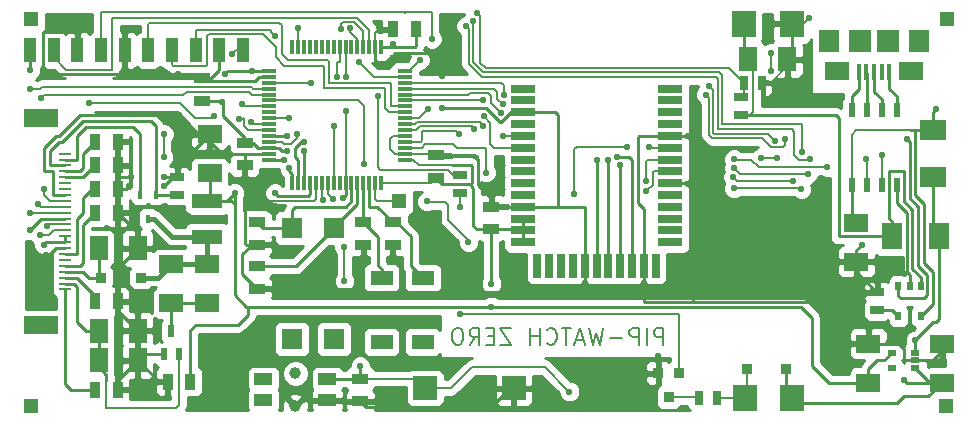
<source format=gbl>
G04 (created by PCBNEW (2013-june-11)-stable) date St 3. září 2014, 22:49:40 CEST*
%MOIN*%
G04 Gerber Fmt 3.4, Leading zero omitted, Abs format*
%FSLAX34Y34*%
G01*
G70*
G90*
G04 APERTURE LIST*
%ADD10C,0.00590551*%
%ADD11C,0.00787402*%
%ADD12R,0.0708661X0.0708661*%
%ADD13R,0.0748031X0.0511811*%
%ADD14R,0.0315X0.0197*%
%ADD15R,0.0236X0.0394*%
%ADD16R,0.036X0.036*%
%ADD17R,0.02X0.03*%
%ADD18R,0.0335X0.0335*%
%ADD19R,0.02X0.045*%
%ADD20R,0.1X0.05*%
%ADD21R,0.06X0.08*%
%ADD22R,0.08X0.06*%
%ADD23R,0.055X0.035*%
%ADD24R,0.035X0.055*%
%ADD25R,0.045X0.025*%
%ADD26R,0.025X0.045*%
%ADD27R,0.018X0.028*%
%ADD28R,0.0610236X0.0393701*%
%ADD29C,0.0393701*%
%ADD30R,0.0394X0.0106*%
%ADD31R,0.11811X0.0590551*%
%ADD32R,0.0747X0.0747*%
%ADD33R,0.0748X0.0747*%
%ADD34R,0.0707X0.0747*%
%ADD35R,0.0825X0.0629*%
%ADD36R,0.0157X0.053*%
%ADD37R,0.0138X0.0512*%
%ADD38R,0.0512X0.0138*%
%ADD39R,0.0787X0.0906*%
%ADD40R,0.0866X0.0709*%
%ADD41R,0.0709X0.0866*%
%ADD42R,0.0275591X0.0787402*%
%ADD43R,0.0787402X0.0275591*%
%ADD44R,0.05X0.05*%
%ADD45R,0.0393701X0.0787402*%
%ADD46R,0.0787402X0.0787402*%
%ADD47C,0.0220472*%
%ADD48C,0.01*%
%ADD49C,0.015*%
G04 APERTURE END LIST*
G54D10*
G54D11*
X66732Y-37270D02*
X66732Y-36719D01*
X66522Y-36719D01*
X66469Y-36745D01*
X66443Y-36771D01*
X66417Y-36824D01*
X66417Y-36902D01*
X66443Y-36955D01*
X66469Y-36981D01*
X66522Y-37007D01*
X66732Y-37007D01*
X66181Y-37270D02*
X66181Y-36719D01*
X65918Y-37270D02*
X65918Y-36719D01*
X65708Y-36719D01*
X65656Y-36745D01*
X65629Y-36771D01*
X65603Y-36824D01*
X65603Y-36902D01*
X65629Y-36955D01*
X65656Y-36981D01*
X65708Y-37007D01*
X65918Y-37007D01*
X65367Y-37060D02*
X64947Y-37060D01*
X64737Y-36719D02*
X64606Y-37270D01*
X64501Y-36876D01*
X64396Y-37270D01*
X64265Y-36719D01*
X64081Y-37112D02*
X63818Y-37112D01*
X64133Y-37270D02*
X63950Y-36719D01*
X63766Y-37270D01*
X63661Y-36719D02*
X63346Y-36719D01*
X63503Y-37270D02*
X63503Y-36719D01*
X62847Y-37217D02*
X62874Y-37244D01*
X62952Y-37270D01*
X63005Y-37270D01*
X63083Y-37244D01*
X63136Y-37191D01*
X63162Y-37139D01*
X63188Y-37034D01*
X63188Y-36955D01*
X63162Y-36850D01*
X63136Y-36797D01*
X63083Y-36745D01*
X63005Y-36719D01*
X62952Y-36719D01*
X62874Y-36745D01*
X62847Y-36771D01*
X62611Y-37270D02*
X62611Y-36719D01*
X62611Y-36981D02*
X62296Y-36981D01*
X62296Y-37270D02*
X62296Y-36719D01*
X61666Y-36719D02*
X61299Y-36719D01*
X61666Y-37270D01*
X61299Y-37270D01*
X61089Y-36981D02*
X60905Y-36981D01*
X60826Y-37270D02*
X61089Y-37270D01*
X61089Y-36719D01*
X60826Y-36719D01*
X60275Y-37270D02*
X60459Y-37007D01*
X60590Y-37270D02*
X60590Y-36719D01*
X60380Y-36719D01*
X60328Y-36745D01*
X60301Y-36771D01*
X60275Y-36824D01*
X60275Y-36902D01*
X60301Y-36955D01*
X60328Y-36981D01*
X60380Y-37007D01*
X60590Y-37007D01*
X59934Y-36719D02*
X59829Y-36719D01*
X59776Y-36745D01*
X59724Y-36797D01*
X59698Y-36902D01*
X59698Y-37086D01*
X59724Y-37191D01*
X59776Y-37244D01*
X59829Y-37270D01*
X59934Y-37270D01*
X59986Y-37244D01*
X60039Y-37191D01*
X60065Y-37086D01*
X60065Y-36902D01*
X60039Y-36797D01*
X59986Y-36745D01*
X59934Y-36719D01*
G54D12*
X55767Y-33385D03*
X55767Y-37086D03*
X54350Y-37086D03*
X54350Y-33385D03*
G54D13*
X58720Y-35059D03*
X58720Y-37185D03*
X57342Y-37185D03*
X57342Y-35059D03*
G54D14*
X75138Y-37539D03*
X75138Y-38051D03*
X75138Y-37795D03*
X74350Y-38051D03*
X74350Y-37539D03*
G54D15*
X50078Y-37578D03*
X50590Y-37578D03*
X50334Y-36830D03*
G54D16*
X67259Y-38222D03*
X66559Y-38222D03*
X66909Y-39022D03*
G54D17*
X74565Y-35326D03*
X75315Y-35326D03*
X74565Y-36326D03*
X74940Y-35326D03*
X75315Y-36326D03*
G54D18*
X48002Y-35039D03*
X49320Y-35039D03*
X70836Y-38090D03*
X69518Y-38090D03*
G54D19*
X73009Y-31958D03*
X73509Y-31958D03*
X74009Y-31958D03*
X74509Y-31958D03*
X74509Y-29458D03*
X74009Y-29458D03*
X73509Y-29458D03*
X73009Y-29458D03*
G54D20*
X51515Y-32470D03*
X51515Y-33670D03*
G54D21*
X69566Y-27755D03*
X70866Y-27755D03*
G54D22*
X51614Y-31555D03*
X51614Y-30255D03*
X73169Y-33208D03*
X73169Y-34508D03*
G54D21*
X47912Y-34055D03*
X49212Y-34055D03*
G54D22*
X50334Y-34586D03*
X50334Y-35886D03*
G54D21*
X47912Y-36811D03*
X49212Y-36811D03*
G54D22*
X51515Y-34586D03*
X51515Y-35886D03*
G54D21*
X47912Y-37795D03*
X49212Y-37795D03*
G54D22*
X76023Y-38543D03*
X76023Y-37243D03*
X73562Y-38543D03*
X73562Y-37243D03*
G54D23*
X56732Y-33937D03*
X56732Y-33187D03*
X57716Y-33937D03*
X57716Y-33187D03*
X61003Y-32676D03*
X61003Y-33426D03*
X53188Y-33937D03*
X53188Y-33187D03*
X53188Y-35414D03*
X53188Y-34664D03*
X56633Y-39154D03*
X56633Y-38404D03*
X52775Y-31300D03*
X52775Y-30550D03*
G54D24*
X50215Y-38503D03*
X50965Y-38503D03*
X57735Y-26751D03*
X58485Y-26751D03*
G54D23*
X59153Y-30963D03*
X59153Y-31713D03*
X51358Y-28384D03*
X51358Y-29134D03*
G54D24*
X48544Y-38779D03*
X47794Y-38779D03*
X48544Y-30511D03*
X47794Y-30511D03*
X48544Y-31299D03*
X47794Y-31299D03*
X48544Y-35826D03*
X47794Y-35826D03*
X48544Y-32874D03*
X47794Y-32874D03*
X48544Y-32086D03*
X47794Y-32086D03*
G54D25*
X69330Y-29630D03*
X69330Y-29030D03*
G54D26*
X69424Y-28543D03*
X70024Y-28543D03*
X68508Y-39055D03*
X67908Y-39055D03*
G54D25*
X59940Y-31609D03*
X59940Y-32209D03*
X50531Y-32288D03*
X50531Y-31688D03*
X73858Y-36126D03*
X73858Y-35526D03*
G54D27*
X49287Y-32277D03*
X49807Y-32277D03*
X49547Y-33077D03*
G54D28*
X55531Y-39133D03*
X55531Y-38425D03*
X53405Y-39133D03*
X53405Y-38425D03*
G54D29*
X54468Y-38228D03*
X54468Y-39330D03*
G54D30*
X46791Y-30905D03*
X46791Y-31102D03*
X46791Y-31299D03*
X46791Y-31496D03*
X46791Y-31692D03*
X46791Y-31889D03*
X46791Y-32086D03*
X46791Y-32283D03*
X46791Y-32480D03*
X46791Y-32677D03*
X46791Y-32874D03*
X46791Y-33070D03*
X46791Y-33267D03*
X46791Y-33464D03*
X46791Y-33661D03*
X46791Y-33858D03*
X46791Y-34055D03*
X46791Y-34251D03*
X46791Y-34448D03*
X46791Y-34645D03*
X46791Y-34842D03*
X46791Y-35039D03*
X46791Y-35236D03*
X46791Y-35433D03*
G54D31*
X46003Y-36614D03*
X46003Y-29724D03*
G54D32*
X73287Y-27144D03*
G54D33*
X74231Y-27144D03*
G54D34*
X75255Y-27144D03*
G54D35*
X72539Y-28148D03*
G54D36*
X73248Y-28198D03*
X73504Y-28198D03*
X73759Y-28198D03*
X74014Y-28198D03*
X74270Y-28198D03*
G54D35*
X74979Y-28148D03*
G54D34*
X72263Y-27144D03*
G54D37*
X56732Y-31889D03*
X56535Y-31889D03*
X56338Y-31889D03*
X56141Y-31889D03*
X55944Y-31889D03*
X57322Y-31889D03*
X57126Y-31889D03*
X56929Y-31889D03*
G54D38*
X53582Y-31101D03*
X53582Y-30905D03*
X53582Y-30708D03*
X53582Y-30511D03*
X53582Y-30314D03*
X53582Y-30117D03*
X53582Y-29920D03*
X53582Y-29723D03*
G54D37*
X54370Y-27361D03*
X54566Y-27361D03*
X54763Y-27361D03*
X54960Y-27361D03*
X55157Y-27361D03*
X55354Y-27361D03*
X55551Y-27361D03*
X55748Y-27361D03*
G54D38*
X58110Y-28149D03*
X58110Y-28345D03*
X58110Y-28542D03*
X58110Y-28739D03*
X58110Y-28936D03*
X58110Y-29133D03*
X58110Y-29330D03*
X58110Y-29527D03*
G54D37*
X55748Y-31889D03*
X55551Y-31889D03*
X55354Y-31889D03*
G54D38*
X53582Y-29527D03*
X53582Y-29330D03*
X53582Y-29133D03*
G54D37*
X55944Y-27361D03*
X56141Y-27361D03*
X56338Y-27361D03*
G54D38*
X58110Y-29723D03*
X58110Y-29920D03*
X58110Y-30117D03*
G54D37*
X55157Y-31889D03*
X54960Y-31889D03*
X54763Y-31889D03*
X54566Y-31889D03*
X54370Y-31889D03*
G54D38*
X53582Y-28936D03*
X53582Y-28739D03*
X53582Y-28542D03*
X53582Y-28345D03*
X53582Y-28149D03*
G54D37*
X56535Y-27361D03*
X56732Y-27361D03*
X56929Y-27361D03*
X57126Y-27361D03*
X57322Y-27361D03*
G54D38*
X58110Y-30314D03*
X58110Y-30511D03*
X58110Y-30708D03*
X58110Y-30905D03*
X58110Y-31101D03*
G54D39*
X71007Y-26574D03*
X69425Y-26574D03*
G54D40*
X75728Y-30115D03*
X75728Y-31695D03*
G54D41*
X74347Y-33661D03*
X75927Y-33661D03*
G54D42*
X66476Y-34645D03*
X66082Y-34645D03*
X65688Y-34645D03*
X65295Y-34645D03*
X64901Y-34645D03*
X64507Y-34645D03*
X64114Y-34645D03*
X63720Y-34645D03*
X63326Y-34645D03*
X62933Y-34645D03*
X62539Y-34645D03*
G54D43*
X62047Y-33858D03*
X62047Y-33464D03*
X62047Y-33070D03*
X62047Y-32677D03*
X62047Y-32283D03*
X62047Y-31889D03*
X62047Y-31496D03*
X62047Y-31102D03*
X62047Y-30708D03*
X62047Y-30314D03*
X62047Y-29921D03*
X62047Y-29527D03*
X62047Y-29133D03*
X62047Y-28740D03*
X66968Y-28740D03*
X66968Y-29133D03*
X66968Y-29527D03*
X66968Y-29921D03*
X66968Y-30314D03*
X66968Y-30708D03*
X66968Y-31102D03*
X66968Y-31496D03*
X66968Y-31889D03*
X66968Y-32283D03*
X66968Y-32677D03*
X66968Y-33070D03*
X66968Y-33464D03*
X66968Y-33858D03*
G54D44*
X57913Y-32480D03*
G54D45*
X45629Y-27460D03*
X46417Y-27460D03*
X47204Y-27460D03*
X47992Y-27460D03*
X48779Y-27460D03*
X49566Y-27460D03*
X50354Y-27460D03*
X51141Y-27460D03*
X51929Y-27460D03*
X52716Y-27460D03*
G54D46*
X61751Y-38720D03*
X58799Y-38720D03*
G54D39*
X69445Y-39055D03*
X71027Y-39055D03*
G54D44*
X45669Y-26417D03*
X45649Y-39311D03*
X76200Y-26417D03*
X76161Y-39330D03*
G54D47*
X61377Y-30314D03*
X55748Y-30000D03*
X54763Y-30511D03*
X65196Y-31003D03*
X55393Y-32440D03*
X66161Y-32165D03*
X55728Y-32421D03*
X66161Y-31811D03*
X54271Y-29724D03*
X60748Y-29665D03*
X66259Y-30669D03*
X65531Y-30669D03*
X63759Y-32244D03*
X60236Y-33858D03*
X58858Y-32500D03*
X56751Y-31240D03*
X64901Y-31102D03*
X54763Y-30807D03*
X54271Y-31397D03*
X65295Y-31299D03*
X64507Y-31102D03*
X54074Y-31102D03*
X55846Y-28346D03*
X54980Y-28543D03*
X74842Y-30413D03*
X56299Y-26732D03*
X60157Y-26653D03*
X71614Y-31082D03*
X73503Y-31082D03*
X56003Y-26751D03*
X71358Y-30866D03*
X74015Y-30964D03*
X60393Y-26476D03*
X56141Y-28346D03*
X70314Y-28149D03*
X70314Y-27559D03*
X75826Y-29429D03*
X52677Y-29251D03*
X60531Y-26220D03*
X70452Y-30472D03*
X68248Y-28661D03*
X58897Y-29429D03*
X69094Y-31082D03*
X60728Y-29980D03*
X72185Y-31358D03*
X71555Y-31594D03*
X69094Y-31397D03*
X60433Y-30078D03*
X46102Y-32086D03*
X47578Y-29232D03*
X52598Y-29744D03*
X51751Y-29665D03*
X45610Y-28740D03*
X45610Y-32874D03*
X45610Y-33464D03*
X54507Y-30236D03*
X46003Y-29035D03*
X45905Y-32578D03*
X46200Y-33326D03*
X54173Y-30314D03*
X50098Y-30255D03*
X50078Y-31023D03*
X45944Y-33622D03*
X52992Y-29842D03*
X59015Y-27086D03*
X58622Y-27795D03*
X53799Y-26988D03*
X56594Y-27834D03*
X68149Y-28937D03*
X70787Y-30413D03*
X60708Y-29133D03*
X71043Y-31830D03*
X69055Y-31692D03*
X59921Y-30236D03*
X60826Y-31535D03*
X69094Y-32066D03*
X71338Y-32086D03*
X61318Y-29547D03*
X61377Y-29251D03*
X61417Y-28956D03*
X54566Y-26732D03*
X57224Y-28996D03*
X63602Y-38838D03*
X56043Y-32381D03*
X56633Y-37992D03*
X56102Y-35157D03*
X56082Y-34015D03*
X56141Y-29468D03*
X52342Y-27598D03*
X61003Y-36003D03*
X61003Y-35236D03*
X57716Y-27263D03*
X53031Y-28149D03*
X46082Y-33937D03*
X45629Y-28129D03*
X52027Y-29192D03*
X52125Y-28248D03*
X54192Y-30807D03*
X52440Y-32224D03*
X53779Y-32224D03*
X74448Y-34606D03*
X72362Y-29271D03*
X59350Y-28326D03*
X59350Y-29370D03*
X55000Y-35414D03*
X54803Y-38779D03*
X66555Y-37657D03*
X50236Y-29625D03*
X50236Y-28248D03*
X48937Y-31988D03*
X50098Y-31968D03*
X50078Y-31673D03*
X48976Y-31673D03*
X46141Y-34291D03*
X50590Y-29625D03*
X50570Y-28267D03*
X72539Y-36929D03*
X73366Y-33937D03*
X71594Y-26377D03*
X59940Y-32677D03*
X59940Y-36259D03*
X70531Y-31043D03*
X69980Y-31043D03*
X75138Y-37125D03*
X74763Y-38464D03*
G54D11*
X62047Y-30314D02*
X61377Y-30314D01*
X55748Y-30000D02*
X55748Y-31889D01*
X55748Y-30000D02*
X55748Y-30000D01*
G54D48*
X54566Y-31101D02*
X54468Y-31003D01*
X54468Y-31003D02*
X54468Y-30708D01*
X54468Y-30708D02*
X54665Y-30511D01*
X54566Y-31889D02*
X54566Y-31101D01*
X54665Y-30511D02*
X54763Y-30511D01*
X65688Y-31102D02*
X65688Y-34645D01*
X65590Y-31003D02*
X65688Y-31102D01*
X65196Y-31003D02*
X65590Y-31003D01*
G54D11*
X55354Y-32401D02*
X55393Y-32440D01*
X55354Y-31889D02*
X55354Y-32401D01*
X66417Y-31496D02*
X66968Y-31496D01*
X66397Y-31515D02*
X66417Y-31496D01*
X66397Y-31948D02*
X66397Y-31515D01*
X66318Y-32027D02*
X66397Y-31948D01*
X66299Y-32027D02*
X66318Y-32027D01*
X66161Y-32165D02*
X66299Y-32027D01*
X55551Y-32244D02*
X55728Y-32421D01*
X55551Y-31889D02*
X55551Y-32244D01*
X66220Y-31102D02*
X66968Y-31102D01*
X66161Y-31161D02*
X66220Y-31102D01*
X66161Y-31811D02*
X66161Y-31161D01*
G54D48*
X54271Y-29723D02*
X54271Y-29724D01*
G54D11*
X53582Y-29723D02*
X54271Y-29723D01*
X61102Y-30708D02*
X62047Y-30708D01*
X60964Y-30570D02*
X61102Y-30708D01*
X60964Y-29881D02*
X60964Y-30570D01*
X60748Y-29665D02*
X60964Y-29881D01*
X66299Y-30708D02*
X66968Y-30708D01*
X66259Y-30669D02*
X66299Y-30708D01*
X63858Y-30669D02*
X65531Y-30669D01*
X63759Y-30767D02*
X63858Y-30669D01*
X63759Y-32244D02*
X63759Y-30767D01*
X56751Y-29330D02*
X56751Y-31240D01*
X56555Y-29133D02*
X56751Y-29330D01*
X53582Y-29133D02*
X56555Y-29133D01*
X60236Y-33779D02*
X60236Y-33858D01*
X59566Y-33110D02*
X60236Y-33779D01*
X59566Y-32618D02*
X59566Y-33110D01*
X59468Y-32519D02*
X59566Y-32618D01*
X58877Y-32519D02*
X59468Y-32519D01*
X58858Y-32500D02*
X58877Y-32519D01*
G54D48*
X64901Y-34645D02*
X64901Y-31102D01*
X54763Y-30807D02*
X54763Y-31889D01*
X54763Y-30807D02*
X54763Y-30807D01*
X65295Y-31299D02*
X65295Y-34645D01*
X54271Y-31397D02*
X54271Y-31496D01*
X54370Y-31594D02*
X54370Y-31889D01*
X54271Y-31496D02*
X54370Y-31594D01*
X54271Y-31397D02*
X54272Y-31398D01*
X54074Y-31102D02*
X54074Y-31101D01*
X53582Y-31101D02*
X54074Y-31101D01*
X64507Y-31102D02*
X64507Y-34645D01*
G54D11*
X55846Y-28346D02*
X55846Y-27854D01*
X55846Y-27854D02*
X55944Y-27854D01*
X55944Y-27854D02*
X55944Y-27853D01*
X55944Y-27361D02*
X55944Y-27853D01*
X54980Y-28543D02*
X54979Y-28542D01*
X53582Y-28542D02*
X54979Y-28542D01*
G54D48*
X74565Y-35648D02*
X74565Y-35326D01*
X74940Y-31102D02*
X74940Y-30511D01*
X75236Y-34645D02*
X75236Y-32677D01*
X75236Y-32677D02*
X74940Y-32381D01*
X74940Y-32381D02*
X74940Y-31102D01*
X74940Y-30511D02*
X74842Y-30413D01*
X75531Y-35629D02*
X75531Y-34940D01*
X75531Y-34940D02*
X75236Y-34645D01*
X74565Y-35648D02*
X74645Y-35728D01*
X74645Y-35728D02*
X75433Y-35728D01*
X75433Y-35728D02*
X75531Y-35629D01*
G54D11*
X70255Y-30098D02*
X71023Y-30098D01*
X56535Y-27086D02*
X56299Y-26850D01*
X56299Y-26850D02*
X56299Y-26732D01*
X60157Y-26653D02*
X60255Y-26751D01*
X60255Y-26751D02*
X60255Y-26948D01*
X73509Y-31958D02*
X73509Y-31088D01*
X60255Y-27913D02*
X60255Y-26948D01*
X60688Y-28346D02*
X60255Y-27913D01*
X68484Y-28346D02*
X60688Y-28346D01*
X68543Y-28405D02*
X68484Y-28346D01*
X68543Y-30078D02*
X68543Y-28405D01*
X68562Y-30098D02*
X68543Y-30078D01*
X70255Y-30098D02*
X68562Y-30098D01*
X71594Y-31102D02*
X71259Y-31102D01*
X71614Y-31082D02*
X71594Y-31102D01*
X73509Y-31088D02*
X73503Y-31082D01*
X56535Y-27086D02*
X56535Y-27361D01*
X71102Y-30944D02*
X71259Y-31102D01*
X71102Y-30177D02*
X71102Y-30944D01*
X71023Y-30098D02*
X71102Y-30177D01*
X56732Y-26811D02*
X56732Y-27361D01*
X56437Y-26515D02*
X56732Y-26811D01*
X56062Y-26515D02*
X56437Y-26515D01*
X56003Y-26574D02*
X56062Y-26515D01*
X56003Y-26751D02*
X56003Y-26574D01*
X70413Y-29921D02*
X71338Y-29921D01*
X68681Y-28287D02*
X68582Y-28188D01*
X74009Y-30970D02*
X74009Y-31958D01*
X70413Y-29921D02*
X68681Y-29921D01*
X74009Y-30970D02*
X74015Y-30964D01*
X68681Y-29921D02*
X68681Y-28287D01*
X71358Y-29940D02*
X71358Y-30866D01*
X71338Y-29921D02*
X71358Y-29940D01*
X68582Y-28188D02*
X60728Y-28188D01*
X60728Y-28188D02*
X60393Y-27854D01*
X60393Y-27854D02*
X60393Y-26476D01*
X56141Y-28346D02*
X56141Y-28346D01*
X56141Y-27361D02*
X56141Y-28346D01*
X70314Y-27559D02*
X70314Y-28149D01*
X73009Y-31958D02*
X73009Y-30277D01*
X73169Y-30118D02*
X74940Y-30118D01*
X73009Y-30277D02*
X73169Y-30118D01*
G54D48*
X75728Y-29527D02*
X75728Y-30115D01*
X75826Y-29429D02*
X75728Y-29527D01*
X75315Y-36326D02*
X75326Y-36326D01*
X75137Y-32283D02*
X75137Y-30115D01*
X75433Y-32578D02*
X75137Y-32283D01*
X75433Y-34547D02*
X75433Y-32578D01*
X75728Y-34842D02*
X75433Y-34547D01*
X75728Y-35925D02*
X75728Y-34842D01*
X75326Y-36326D02*
X75728Y-35925D01*
X75137Y-30115D02*
X75137Y-30118D01*
X75137Y-30118D02*
X75137Y-30115D01*
X74940Y-30115D02*
X74940Y-30118D01*
X74940Y-30118D02*
X74940Y-30115D01*
X73009Y-31958D02*
X73009Y-33048D01*
X73009Y-33048D02*
X73169Y-33208D01*
X75728Y-30019D02*
X75728Y-30115D01*
X74940Y-30115D02*
X75137Y-30115D01*
X75137Y-30115D02*
X75728Y-30115D01*
G54D11*
X60629Y-27874D02*
X60629Y-26318D01*
X69409Y-28543D02*
X68917Y-28051D01*
X68917Y-28051D02*
X60807Y-28051D01*
X60807Y-28051D02*
X60629Y-27874D01*
X69424Y-28543D02*
X69409Y-28543D01*
X52756Y-29330D02*
X53582Y-29330D01*
X52677Y-29251D02*
X52756Y-29330D01*
X60629Y-26318D02*
X60531Y-26220D01*
X69424Y-28543D02*
X69424Y-28937D01*
X69424Y-28937D02*
X69330Y-29030D01*
X68385Y-29448D02*
X68385Y-28799D01*
X70452Y-30472D02*
X70236Y-30255D01*
X70236Y-30255D02*
X68425Y-30255D01*
X68425Y-30255D02*
X68385Y-30216D01*
X68385Y-30216D02*
X68385Y-29586D01*
X68385Y-29586D02*
X68385Y-29448D01*
X68385Y-28799D02*
X68248Y-28661D01*
X58602Y-29723D02*
X58110Y-29723D01*
X58897Y-29429D02*
X58602Y-29723D01*
X69547Y-31102D02*
X69665Y-31102D01*
X69094Y-31082D02*
X69114Y-31102D01*
X69114Y-31102D02*
X69547Y-31102D01*
X69921Y-31358D02*
X72185Y-31358D01*
X69665Y-31102D02*
X69921Y-31358D01*
X58110Y-29920D02*
X58464Y-29920D01*
X60609Y-29861D02*
X60728Y-29980D01*
X58523Y-29861D02*
X60609Y-29861D01*
X58464Y-29920D02*
X58523Y-29861D01*
X60669Y-29920D02*
X60728Y-29980D01*
X69291Y-31594D02*
X71555Y-31594D01*
X69094Y-31397D02*
X69291Y-31594D01*
X58110Y-30117D02*
X58503Y-30117D01*
X60353Y-29999D02*
X60433Y-30078D01*
X58622Y-29999D02*
X60353Y-29999D01*
X58503Y-30117D02*
X58622Y-29999D01*
X51122Y-29724D02*
X51692Y-29724D01*
X46791Y-32480D02*
X46299Y-32480D01*
X46299Y-32480D02*
X46102Y-32283D01*
X46102Y-32283D02*
X46102Y-32086D01*
X47578Y-29232D02*
X50629Y-29232D01*
X50629Y-29232D02*
X51122Y-29724D01*
X52598Y-29744D02*
X52755Y-29744D01*
X51692Y-29724D02*
X51751Y-29665D01*
X52873Y-30117D02*
X53582Y-30117D01*
X52755Y-30000D02*
X52873Y-30117D01*
X52755Y-29744D02*
X52755Y-30000D01*
X52736Y-29724D02*
X52755Y-29744D01*
X53582Y-28739D02*
X53070Y-28739D01*
X45964Y-28740D02*
X45610Y-28740D01*
X46023Y-28681D02*
X45964Y-28740D01*
X53011Y-28681D02*
X46023Y-28681D01*
X53070Y-28739D02*
X53011Y-28681D01*
X45610Y-28739D02*
X45610Y-28740D01*
X45610Y-32874D02*
X46791Y-32874D01*
X53582Y-30511D02*
X54035Y-30511D01*
G54D48*
X46003Y-33070D02*
X46791Y-33070D01*
X46003Y-33070D02*
X45610Y-33464D01*
G54D11*
X54507Y-30374D02*
X54507Y-30236D01*
X54311Y-30570D02*
X54507Y-30374D01*
X54094Y-30570D02*
X54311Y-30570D01*
X54035Y-30511D02*
X54094Y-30570D01*
X46092Y-28946D02*
X50738Y-28946D01*
X53031Y-28936D02*
X53582Y-28936D01*
X52933Y-28838D02*
X53031Y-28936D01*
X50846Y-28838D02*
X52933Y-28838D01*
X50738Y-28946D02*
X50846Y-28838D01*
X46102Y-28936D02*
X46092Y-28946D01*
X46092Y-28946D02*
X46003Y-29035D01*
X45905Y-32578D02*
X46003Y-32677D01*
X46003Y-32677D02*
X46791Y-32677D01*
X46259Y-33267D02*
X46791Y-33267D01*
X46200Y-33326D02*
X46259Y-33267D01*
G54D48*
X54173Y-30314D02*
X53582Y-30314D01*
X54173Y-30314D02*
X54173Y-30314D01*
G54D11*
X50098Y-30255D02*
X50078Y-30275D01*
X50078Y-30275D02*
X50078Y-31023D01*
X46417Y-33464D02*
X46791Y-33464D01*
X46259Y-33622D02*
X46417Y-33464D01*
X45944Y-33622D02*
X46259Y-33622D01*
X53582Y-29920D02*
X53090Y-29920D01*
X52992Y-29822D02*
X52992Y-29842D01*
X53090Y-29920D02*
X52992Y-29822D01*
X58110Y-28149D02*
X58267Y-28149D01*
X59015Y-26200D02*
X58110Y-26200D01*
X59015Y-27086D02*
X59015Y-26200D01*
X58267Y-28149D02*
X58622Y-27795D01*
X58110Y-26200D02*
X58110Y-26201D01*
X54173Y-26200D02*
X47992Y-26200D01*
X58110Y-26201D02*
X58110Y-26200D01*
X58110Y-26200D02*
X54173Y-26200D01*
X47992Y-26200D02*
X47992Y-27460D01*
X53661Y-26771D02*
X51141Y-26771D01*
X51141Y-27460D02*
X51141Y-26771D01*
X53661Y-26850D02*
X53661Y-26771D01*
X53799Y-26988D02*
X53661Y-26850D01*
X57105Y-28345D02*
X56594Y-27834D01*
X58110Y-28345D02*
X57105Y-28345D01*
X55669Y-28562D02*
X55610Y-28562D01*
X54015Y-26653D02*
X54015Y-26614D01*
X55590Y-28543D02*
X55590Y-27834D01*
X55590Y-27834D02*
X55551Y-27795D01*
X55551Y-27795D02*
X54212Y-27795D01*
X54212Y-27795D02*
X54015Y-27598D01*
X54015Y-27598D02*
X54015Y-26653D01*
X58110Y-29330D02*
X57657Y-29330D01*
X57637Y-28562D02*
X55669Y-28562D01*
X57657Y-28582D02*
X57637Y-28562D01*
X57657Y-29330D02*
X57657Y-28582D01*
X57657Y-29330D02*
X57657Y-29330D01*
X49625Y-26535D02*
X49566Y-26594D01*
X53937Y-26535D02*
X49625Y-26535D01*
X54015Y-26614D02*
X53937Y-26535D01*
X49566Y-26594D02*
X49566Y-27460D01*
X55610Y-28562D02*
X55590Y-28543D01*
X48366Y-26377D02*
X48366Y-28090D01*
X48346Y-28110D02*
X46830Y-28110D01*
X46830Y-28110D02*
X46417Y-27696D01*
X46417Y-27696D02*
X46417Y-27460D01*
X48366Y-28090D02*
X48346Y-28110D01*
X55413Y-26377D02*
X48366Y-26377D01*
X48366Y-26377D02*
X48366Y-26377D01*
X56141Y-26377D02*
X55413Y-26377D01*
X56929Y-26771D02*
X56535Y-26377D01*
X56535Y-26377D02*
X56141Y-26377D01*
X56929Y-27361D02*
X56929Y-26771D01*
X55413Y-26377D02*
X55413Y-26377D01*
X68248Y-29035D02*
X68149Y-28937D01*
X68248Y-30275D02*
X68248Y-29980D01*
X68366Y-30393D02*
X68248Y-30275D01*
X70019Y-30393D02*
X68366Y-30393D01*
X70314Y-30688D02*
X70019Y-30393D01*
X70708Y-30688D02*
X70314Y-30688D01*
X70787Y-30610D02*
X70708Y-30688D01*
X70787Y-30413D02*
X70787Y-30610D01*
X68248Y-29980D02*
X68248Y-29035D01*
X60708Y-29133D02*
X60708Y-29133D01*
X60708Y-29133D02*
X58110Y-29133D01*
X69192Y-31830D02*
X71043Y-31830D01*
X69055Y-31692D02*
X69192Y-31830D01*
X59685Y-30137D02*
X59822Y-30137D01*
X58641Y-30511D02*
X58110Y-30511D01*
X58700Y-30452D02*
X58700Y-30137D01*
X58641Y-30511D02*
X58700Y-30452D01*
X59685Y-30137D02*
X58700Y-30137D01*
X59822Y-30137D02*
X59921Y-30236D01*
X60787Y-30708D02*
X59842Y-30708D01*
X60787Y-30708D02*
X60826Y-30748D01*
X60826Y-30748D02*
X60826Y-31535D01*
X58680Y-30708D02*
X58110Y-30708D01*
X58799Y-30590D02*
X58680Y-30708D01*
X59724Y-30590D02*
X58799Y-30590D01*
X59842Y-30708D02*
X59724Y-30590D01*
X71318Y-32066D02*
X69094Y-32066D01*
X71338Y-32086D02*
X71318Y-32066D01*
X61003Y-29232D02*
X61318Y-29547D01*
X58110Y-28936D02*
X60216Y-28936D01*
X60885Y-28877D02*
X61003Y-28996D01*
X60275Y-28877D02*
X60885Y-28877D01*
X60216Y-28936D02*
X60275Y-28877D01*
X61003Y-28996D02*
X61003Y-29232D01*
X61102Y-28739D02*
X61200Y-28838D01*
X61200Y-28838D02*
X61200Y-29074D01*
X61200Y-29074D02*
X61377Y-29251D01*
X58110Y-28739D02*
X61102Y-28739D01*
X58110Y-28542D02*
X61338Y-28542D01*
X61417Y-28622D02*
X61417Y-28956D01*
X61338Y-28542D02*
X61417Y-28622D01*
X54566Y-26732D02*
X54566Y-27361D01*
X54566Y-26732D02*
X54566Y-26732D01*
X59940Y-31609D02*
X59719Y-31609D01*
X57303Y-31437D02*
X59547Y-31437D01*
X57224Y-31358D02*
X57303Y-31437D01*
X57224Y-30472D02*
X57224Y-31358D01*
X57224Y-28996D02*
X57224Y-30472D01*
X59719Y-31609D02*
X59547Y-31437D01*
X68508Y-39055D02*
X69598Y-39055D01*
X69598Y-39055D02*
X69716Y-39173D01*
X69518Y-38090D02*
X69518Y-38974D01*
X69518Y-38974D02*
X69716Y-39173D01*
X52185Y-26909D02*
X51574Y-26909D01*
X53444Y-26968D02*
X53385Y-26909D01*
X53385Y-26909D02*
X52185Y-26909D01*
X53818Y-27696D02*
X53818Y-27342D01*
X54094Y-27972D02*
X53818Y-27696D01*
X55511Y-28720D02*
X55433Y-28720D01*
X58110Y-29527D02*
X57598Y-29527D01*
X57460Y-28759D02*
X57421Y-28720D01*
X57460Y-29389D02*
X57460Y-28759D01*
X57598Y-29527D02*
X57460Y-29389D01*
X55511Y-28720D02*
X57421Y-28720D01*
X55433Y-28267D02*
X55433Y-27972D01*
X55433Y-28720D02*
X55433Y-28267D01*
X55433Y-27972D02*
X54094Y-27972D01*
X53818Y-27342D02*
X53444Y-26968D01*
X53444Y-26968D02*
X53444Y-26968D01*
X50354Y-27933D02*
X50354Y-27460D01*
X50393Y-27972D02*
X50354Y-27933D01*
X51496Y-27972D02*
X50393Y-27972D01*
X51515Y-27952D02*
X51496Y-27972D01*
X51515Y-26968D02*
X51515Y-27952D01*
X51574Y-26909D02*
X51515Y-26968D01*
X59645Y-38720D02*
X58799Y-38720D01*
X60354Y-38011D02*
X59645Y-38720D01*
X62775Y-38011D02*
X60354Y-38011D01*
X63602Y-38838D02*
X62775Y-38011D01*
X56633Y-38404D02*
X58483Y-38404D01*
X58483Y-38404D02*
X58799Y-38720D01*
G54D48*
X56043Y-32381D02*
X56141Y-32283D01*
X56141Y-31889D02*
X56141Y-32283D01*
X56633Y-37992D02*
X56633Y-38404D01*
G54D11*
X56102Y-34035D02*
X56102Y-35157D01*
X56082Y-34015D02*
X56102Y-34035D01*
X56141Y-31889D02*
X56141Y-29468D01*
X56141Y-29468D02*
X56141Y-29468D01*
X52480Y-27460D02*
X52716Y-27460D01*
X52342Y-27598D02*
X52480Y-27460D01*
X52716Y-27677D02*
X52716Y-27460D01*
G54D48*
X55531Y-38425D02*
X56613Y-38425D01*
X56613Y-38425D02*
X56633Y-38404D01*
X46791Y-34251D02*
X47185Y-34251D01*
X47677Y-32086D02*
X47794Y-32086D01*
X47381Y-32381D02*
X47677Y-32086D01*
X47381Y-32874D02*
X47381Y-32381D01*
X47185Y-33070D02*
X47381Y-32874D01*
X47185Y-34251D02*
X47185Y-33070D01*
X47480Y-30019D02*
X49055Y-30019D01*
X46791Y-31102D02*
X47185Y-31102D01*
X47185Y-30314D02*
X47185Y-31102D01*
X47480Y-30019D02*
X47185Y-30314D01*
X49287Y-30251D02*
X49287Y-32277D01*
X49055Y-30019D02*
X49287Y-30251D01*
X47912Y-34055D02*
X47912Y-34949D01*
X47912Y-34949D02*
X48002Y-35039D01*
X46791Y-34842D02*
X47381Y-34842D01*
X47578Y-35039D02*
X48002Y-35039D01*
X47381Y-34842D02*
X47578Y-35039D01*
G54D11*
X50590Y-37913D02*
X50590Y-39271D01*
X49153Y-39370D02*
X48169Y-39370D01*
X48169Y-39370D02*
X48169Y-38484D01*
G54D48*
X48169Y-38484D02*
X48169Y-38287D01*
X48169Y-38287D02*
X47912Y-38031D01*
X47912Y-38031D02*
X47912Y-37795D01*
G54D11*
X50492Y-39370D02*
X49153Y-39370D01*
X50590Y-39271D02*
X50492Y-39370D01*
X50590Y-37578D02*
X50590Y-37913D01*
X50590Y-37913D02*
X50590Y-37932D01*
G54D48*
X46791Y-35236D02*
X47086Y-35236D01*
X47480Y-36811D02*
X47912Y-36811D01*
X47185Y-36515D02*
X47480Y-36811D01*
X47185Y-35334D02*
X47185Y-36515D01*
X47086Y-35236D02*
X47185Y-35334D01*
X47912Y-36811D02*
X47912Y-37795D01*
X46299Y-31299D02*
X46299Y-30807D01*
X49807Y-29984D02*
X49645Y-29822D01*
X49645Y-29822D02*
X49547Y-29822D01*
X46791Y-31299D02*
X46299Y-31299D01*
X49807Y-29984D02*
X49807Y-32277D01*
X47381Y-29822D02*
X49547Y-29822D01*
X46692Y-30511D02*
X47381Y-29822D01*
X46594Y-30511D02*
X46692Y-30511D01*
X46299Y-30807D02*
X46594Y-30511D01*
X49807Y-32277D02*
X50520Y-32277D01*
X50520Y-32277D02*
X50531Y-32288D01*
G54D49*
X49547Y-33077D02*
X49750Y-33077D01*
X50344Y-33670D02*
X51515Y-33670D01*
X49750Y-33077D02*
X50344Y-33670D01*
X51515Y-33670D02*
X51515Y-34586D01*
X50334Y-34586D02*
X51515Y-34586D01*
X49320Y-35039D02*
X49881Y-35039D01*
X49881Y-35039D02*
X50334Y-34586D01*
G54D48*
X46791Y-35433D02*
X46791Y-38582D01*
X46988Y-38779D02*
X47794Y-38779D01*
X46791Y-38582D02*
X46988Y-38779D01*
X46791Y-31692D02*
X47400Y-31692D01*
X47400Y-31692D02*
X47794Y-31299D01*
X46791Y-31496D02*
X47283Y-31496D01*
X47381Y-30924D02*
X47794Y-30511D01*
X47381Y-31397D02*
X47381Y-30924D01*
X47283Y-31496D02*
X47381Y-31397D01*
X46791Y-34645D02*
X47283Y-34645D01*
X47381Y-33286D02*
X47794Y-32874D01*
X47381Y-34547D02*
X47381Y-33286D01*
X47283Y-34645D02*
X47381Y-34547D01*
X46791Y-35039D02*
X47185Y-35039D01*
X47794Y-35648D02*
X47794Y-35826D01*
X47185Y-35039D02*
X47794Y-35648D01*
X61003Y-33426D02*
X61003Y-35236D01*
X57716Y-27361D02*
X57716Y-27263D01*
X53031Y-28149D02*
X53031Y-28149D01*
X57755Y-27361D02*
X57716Y-27361D01*
X57716Y-27361D02*
X58445Y-27361D01*
X58485Y-27321D02*
X58485Y-26751D01*
X58445Y-27361D02*
X58485Y-27321D01*
X50965Y-38503D02*
X50965Y-36790D01*
X52874Y-36299D02*
X52874Y-36003D01*
X52559Y-36614D02*
X52874Y-36299D01*
X51141Y-36614D02*
X52559Y-36614D01*
X50965Y-36790D02*
X51141Y-36614D01*
X60334Y-31909D02*
X60334Y-31988D01*
X60512Y-33426D02*
X61003Y-33426D01*
X60393Y-33307D02*
X60512Y-33426D01*
X60393Y-32047D02*
X60393Y-33307D01*
X60334Y-31988D02*
X60393Y-32047D01*
X59704Y-31299D02*
X60334Y-31299D01*
G54D11*
X58110Y-31101D02*
X58385Y-31101D01*
X58582Y-31299D02*
X59704Y-31299D01*
X58385Y-31101D02*
X58582Y-31299D01*
G54D48*
X59349Y-31909D02*
X59153Y-31713D01*
X60334Y-31909D02*
X59349Y-31909D01*
X60354Y-31889D02*
X60334Y-31909D01*
X60354Y-31318D02*
X60354Y-31889D01*
X60334Y-31299D02*
X60354Y-31318D01*
X62047Y-33464D02*
X62047Y-33858D01*
X62047Y-33464D02*
X62047Y-33070D01*
X61003Y-33426D02*
X62008Y-33426D01*
X62008Y-33426D02*
X62047Y-33464D01*
X61712Y-36003D02*
X71318Y-36003D01*
X71318Y-36003D02*
X71692Y-36377D01*
X71692Y-36377D02*
X71692Y-37972D01*
X71692Y-37972D02*
X72264Y-38543D01*
X72264Y-38543D02*
X73562Y-38543D01*
X61003Y-36003D02*
X61712Y-36003D01*
X52834Y-36003D02*
X52874Y-36003D01*
X52874Y-36003D02*
X61003Y-36003D01*
X52440Y-35610D02*
X52834Y-36003D01*
X52440Y-32578D02*
X52440Y-35610D01*
X46161Y-33858D02*
X46082Y-33937D01*
X46791Y-33858D02*
X46161Y-33858D01*
X45629Y-28129D02*
X45629Y-27460D01*
X52775Y-30550D02*
X52775Y-30393D01*
X52047Y-29212D02*
X52027Y-29192D01*
X52047Y-29665D02*
X52047Y-29212D01*
X52775Y-30393D02*
X52047Y-29665D01*
X52185Y-28149D02*
X52185Y-28188D01*
X52185Y-28188D02*
X52125Y-28248D01*
X51969Y-29134D02*
X51358Y-29134D01*
X52027Y-29192D02*
X51969Y-29134D01*
X53582Y-28149D02*
X53031Y-28149D01*
X53031Y-28149D02*
X52185Y-28149D01*
X52185Y-28149D02*
X52185Y-28149D01*
X52047Y-32470D02*
X52333Y-32470D01*
X52333Y-32470D02*
X52440Y-32578D01*
X52440Y-32224D02*
X52440Y-32578D01*
X53582Y-30708D02*
X53917Y-30708D01*
X54015Y-30807D02*
X54192Y-30807D01*
X53917Y-30708D02*
X54015Y-30807D01*
X52194Y-32470D02*
X52047Y-32470D01*
X52440Y-32224D02*
X52194Y-32470D01*
X52047Y-32470D02*
X51515Y-32470D01*
X54960Y-31889D02*
X54960Y-32244D01*
X54960Y-32244D02*
X54881Y-32322D01*
X54881Y-32322D02*
X53877Y-32322D01*
X53877Y-32322D02*
X53779Y-32224D01*
X52775Y-30550D02*
X53050Y-30550D01*
X53050Y-30550D02*
X53208Y-30708D01*
X53208Y-30708D02*
X53582Y-30708D01*
G54D11*
X57322Y-31889D02*
X58977Y-31889D01*
X58977Y-31889D02*
X59153Y-31713D01*
G54D48*
X57322Y-27361D02*
X57755Y-27361D01*
G54D11*
X57755Y-27361D02*
X57755Y-27362D01*
G54D48*
X73562Y-38543D02*
X73562Y-38090D01*
X73562Y-38090D02*
X73858Y-37795D01*
X73858Y-37795D02*
X74094Y-37795D01*
X74094Y-37795D02*
X74350Y-37539D01*
X46791Y-33661D02*
X46791Y-33858D01*
X51614Y-31555D02*
X51614Y-32372D01*
X51614Y-32372D02*
X51515Y-32470D01*
X61751Y-38720D02*
X61633Y-38720D01*
X56829Y-39350D02*
X56633Y-39154D01*
X61003Y-39350D02*
X56829Y-39350D01*
X61633Y-38720D02*
X61003Y-39350D01*
X64114Y-35531D02*
X66082Y-35531D01*
X66082Y-35531D02*
X66062Y-35531D01*
X66062Y-35531D02*
X66082Y-35531D01*
X57992Y-35531D02*
X64114Y-35531D01*
X57913Y-35531D02*
X57992Y-35531D01*
X64114Y-35531D02*
X64114Y-35551D01*
X66968Y-31889D02*
X67736Y-31889D01*
X67716Y-31909D02*
X67716Y-35844D01*
X67736Y-31889D02*
X67716Y-31909D01*
X66082Y-34645D02*
X66082Y-32736D01*
X65925Y-30314D02*
X66968Y-30314D01*
X65885Y-30354D02*
X65925Y-30314D01*
X65885Y-32539D02*
X65885Y-30354D01*
X66082Y-32736D02*
X65885Y-32539D01*
X74448Y-34606D02*
X74448Y-34842D01*
X74448Y-34842D02*
X74448Y-34822D01*
X74448Y-34822D02*
X74448Y-34842D01*
X70866Y-27755D02*
X70866Y-29035D01*
X71102Y-29271D02*
X72362Y-29271D01*
X70866Y-29035D02*
X71102Y-29271D01*
X57755Y-27716D02*
X57755Y-27539D01*
X59350Y-27716D02*
X59350Y-28326D01*
X59350Y-29370D02*
X59370Y-29389D01*
X59370Y-29389D02*
X60137Y-29389D01*
X62047Y-29527D02*
X61653Y-29527D01*
X60826Y-29389D02*
X60137Y-29389D01*
X61279Y-29842D02*
X60826Y-29389D01*
X61338Y-29842D02*
X61279Y-29842D01*
X61653Y-29527D02*
X61338Y-29842D01*
X57755Y-27716D02*
X57618Y-27854D01*
X57618Y-27854D02*
X57204Y-27854D01*
X57204Y-27854D02*
X57126Y-27776D01*
X57126Y-27776D02*
X57126Y-27361D01*
X59192Y-27559D02*
X59350Y-27716D01*
X58484Y-27559D02*
X59192Y-27559D01*
X58464Y-27539D02*
X58484Y-27559D01*
X57755Y-27539D02*
X58464Y-27539D01*
X54822Y-39133D02*
X54822Y-38799D01*
X54803Y-38779D02*
X54822Y-38799D01*
X50215Y-38503D02*
X49921Y-38503D01*
X49921Y-38503D02*
X49212Y-37795D01*
X66559Y-38222D02*
X66559Y-37661D01*
X66559Y-37661D02*
X66555Y-37657D01*
X59153Y-30963D02*
X60432Y-30963D01*
X61003Y-32381D02*
X61003Y-32676D01*
X60570Y-31948D02*
X61003Y-32381D01*
X60570Y-31102D02*
X60570Y-31948D01*
X60432Y-30963D02*
X60570Y-31102D01*
X66082Y-34645D02*
X66082Y-35531D01*
X66082Y-35531D02*
X66082Y-35825D01*
X66102Y-35844D02*
X67716Y-35844D01*
X66082Y-35825D02*
X66102Y-35844D01*
X64114Y-34645D02*
X64114Y-35551D01*
X72224Y-36614D02*
X72539Y-36929D01*
X72224Y-36437D02*
X72224Y-36614D01*
X71632Y-35844D02*
X72224Y-36437D01*
X67716Y-35844D02*
X71632Y-35844D01*
X62047Y-32677D02*
X61004Y-32677D01*
X61004Y-32677D02*
X61003Y-32676D01*
X64114Y-34645D02*
X64114Y-32677D01*
X64114Y-32677D02*
X63188Y-32677D01*
X62047Y-29527D02*
X63110Y-29527D01*
X63110Y-29527D02*
X63208Y-29625D01*
X63208Y-29744D02*
X63208Y-32657D01*
X63208Y-29625D02*
X63208Y-29744D01*
X63208Y-32657D02*
X63188Y-32677D01*
X63188Y-32677D02*
X62047Y-32677D01*
X50236Y-28248D02*
X50236Y-28267D01*
X50236Y-28267D02*
X50236Y-28248D01*
X50236Y-28248D02*
X50236Y-28267D01*
X50531Y-31688D02*
X50378Y-31688D01*
X48838Y-32086D02*
X48544Y-32086D01*
X48937Y-31988D02*
X48838Y-32086D01*
X50378Y-31688D02*
X50098Y-31968D01*
X50531Y-31688D02*
X50093Y-31688D01*
X50093Y-31688D02*
X50078Y-31673D01*
X48976Y-31673D02*
X48544Y-31673D01*
X46791Y-34055D02*
X46496Y-34055D01*
X46259Y-34291D02*
X46141Y-34291D01*
X46496Y-34055D02*
X46259Y-34291D01*
X50708Y-28267D02*
X50570Y-28267D01*
X53582Y-28345D02*
X53248Y-28345D01*
X51457Y-28484D02*
X51358Y-28384D01*
X53110Y-28484D02*
X51457Y-28484D01*
X53248Y-28345D02*
X53110Y-28484D01*
X48602Y-28267D02*
X50236Y-28267D01*
X50236Y-28267D02*
X50708Y-28267D01*
X50708Y-28267D02*
X51241Y-28267D01*
X51241Y-28267D02*
X51358Y-28384D01*
X51358Y-28384D02*
X51654Y-28384D01*
X51654Y-28384D02*
X51929Y-28110D01*
X51929Y-28110D02*
X51929Y-27460D01*
X53188Y-35414D02*
X55000Y-35414D01*
X55000Y-35414D02*
X56615Y-35414D01*
X56615Y-35414D02*
X56732Y-35531D01*
X49842Y-29625D02*
X50236Y-29625D01*
X50236Y-29625D02*
X50590Y-29625D01*
X46397Y-32283D02*
X46397Y-31496D01*
X46397Y-31496D02*
X46102Y-31496D01*
X46102Y-31496D02*
X46102Y-30807D01*
X46102Y-30807D02*
X46102Y-30708D01*
X46102Y-30708D02*
X46496Y-30314D01*
X46496Y-30314D02*
X46594Y-30314D01*
X46594Y-30314D02*
X47283Y-29625D01*
X48602Y-29625D02*
X49842Y-29625D01*
X47283Y-29625D02*
X48602Y-29625D01*
X46791Y-32283D02*
X46397Y-32283D01*
X51220Y-30255D02*
X51614Y-30255D01*
X50590Y-29625D02*
X51220Y-30255D01*
X52835Y-33937D02*
X53188Y-33937D01*
X52775Y-32500D02*
X52775Y-33877D01*
X52775Y-33877D02*
X52835Y-33937D01*
G54D11*
X55157Y-31889D02*
X55157Y-32421D01*
G54D48*
X52775Y-32500D02*
X52775Y-31300D01*
G54D11*
X55078Y-32500D02*
X52775Y-32500D01*
X55157Y-32421D02*
X55078Y-32500D01*
G54D48*
X52775Y-31300D02*
X52775Y-30905D01*
G54D11*
X52775Y-30905D02*
X52775Y-30925D01*
X52775Y-30925D02*
X52775Y-30905D01*
X58110Y-30905D02*
X59095Y-30905D01*
X59095Y-30905D02*
X59153Y-30963D01*
X57735Y-26751D02*
X57244Y-26751D01*
X57244Y-26751D02*
X57126Y-26869D01*
X57126Y-26869D02*
X57126Y-27361D01*
G54D48*
X47204Y-27460D02*
X47204Y-26968D01*
X46082Y-28267D02*
X48602Y-28267D01*
X46062Y-28248D02*
X46082Y-28267D01*
X46062Y-26850D02*
X46062Y-28248D01*
X47086Y-26850D02*
X46062Y-26850D01*
X47204Y-26968D02*
X47086Y-26850D01*
G54D11*
X48779Y-28228D02*
X48779Y-27460D01*
X48740Y-28267D02*
X48779Y-28228D01*
X48602Y-28267D02*
X48740Y-28267D01*
X58110Y-30314D02*
X57736Y-30314D01*
X57795Y-30905D02*
X58110Y-30905D01*
X57637Y-30748D02*
X57795Y-30905D01*
X57637Y-30413D02*
X57637Y-30748D01*
X57736Y-30314D02*
X57637Y-30413D01*
X72853Y-37243D02*
X73562Y-37243D01*
X72539Y-36929D02*
X72853Y-37243D01*
G54D48*
X73169Y-34133D02*
X73169Y-34508D01*
X73366Y-33937D02*
X73169Y-34133D01*
X74842Y-34842D02*
X74842Y-32874D01*
X74509Y-32541D02*
X74509Y-31958D01*
X74842Y-32874D02*
X74509Y-32541D01*
X75138Y-37795D02*
X74744Y-37795D01*
X74744Y-37795D02*
X74744Y-37401D01*
X74744Y-37401D02*
X74586Y-37243D01*
X74586Y-37243D02*
X73562Y-37243D01*
X75138Y-37795D02*
X75728Y-37795D01*
X75728Y-37795D02*
X76023Y-37500D01*
X76023Y-37500D02*
X76023Y-37243D01*
X73562Y-37243D02*
X73562Y-36712D01*
X73562Y-36712D02*
X73366Y-36515D01*
X73366Y-36515D02*
X73366Y-35728D01*
X73366Y-35728D02*
X73567Y-35526D01*
X73567Y-35526D02*
X73858Y-35526D01*
X74940Y-35326D02*
X74940Y-34940D01*
X73858Y-35236D02*
X73858Y-35526D01*
X74448Y-34842D02*
X74251Y-34842D01*
X74251Y-34842D02*
X73858Y-35236D01*
X74842Y-34842D02*
X74448Y-34842D01*
X74940Y-34940D02*
X74842Y-34842D01*
X73169Y-34508D02*
X73169Y-34837D01*
X73169Y-34837D02*
X73858Y-35526D01*
G54D11*
X70024Y-28543D02*
X70314Y-28543D01*
X70314Y-28543D02*
X70866Y-27991D01*
X70866Y-27991D02*
X70866Y-27755D01*
X71397Y-26574D02*
X71007Y-26574D01*
X71594Y-26377D02*
X71397Y-26574D01*
G54D48*
X71007Y-26574D02*
X71007Y-27614D01*
X71007Y-27614D02*
X70866Y-27755D01*
X55531Y-39133D02*
X54822Y-39133D01*
X54822Y-39133D02*
X54665Y-39133D01*
X54665Y-39133D02*
X54468Y-39330D01*
X55531Y-39133D02*
X56613Y-39133D01*
X56613Y-39133D02*
X56633Y-39154D01*
X57716Y-33937D02*
X57716Y-34448D01*
X57716Y-34448D02*
X58011Y-34744D01*
X58011Y-34744D02*
X58011Y-35433D01*
X58011Y-35433D02*
X57913Y-35531D01*
X57913Y-35531D02*
X56732Y-35531D01*
X56732Y-35531D02*
X56732Y-33937D01*
X53188Y-33937D02*
X53010Y-33937D01*
X53010Y-33937D02*
X52696Y-34251D01*
X52696Y-34251D02*
X52696Y-34922D01*
X52696Y-34922D02*
X53188Y-35414D01*
X53582Y-30905D02*
X52775Y-30905D01*
X52775Y-30905D02*
X52008Y-30905D01*
X52008Y-30905D02*
X51614Y-30511D01*
X51614Y-30511D02*
X51614Y-30255D01*
X50531Y-31688D02*
X50531Y-31476D01*
X50531Y-31476D02*
X50531Y-31338D01*
X50531Y-31338D02*
X51614Y-30255D01*
X48544Y-31299D02*
X48544Y-30511D01*
X48544Y-32086D02*
X48544Y-31673D01*
X48544Y-31673D02*
X48544Y-31299D01*
X48544Y-32874D02*
X48544Y-32086D01*
X49212Y-34055D02*
X49212Y-33542D01*
X49212Y-33542D02*
X48544Y-32874D01*
X48544Y-35826D02*
X48544Y-34723D01*
X48544Y-34723D02*
X49212Y-34055D01*
X50078Y-37578D02*
X49429Y-37578D01*
X49429Y-37578D02*
X49212Y-37795D01*
X48544Y-35826D02*
X48544Y-36142D01*
X48544Y-36142D02*
X49212Y-36811D01*
X48544Y-38779D02*
X48544Y-38463D01*
X48544Y-38463D02*
X49212Y-37795D01*
X49212Y-36811D02*
X49212Y-37795D01*
X73858Y-36126D02*
X74365Y-36126D01*
X74365Y-36126D02*
X74565Y-36326D01*
X73759Y-28198D02*
X73759Y-28838D01*
X74009Y-29088D02*
X74009Y-29458D01*
X73759Y-28838D02*
X74009Y-29088D01*
X73509Y-29458D02*
X73509Y-28203D01*
X73509Y-28203D02*
X73504Y-28198D01*
X73009Y-29458D02*
X73009Y-28998D01*
X73248Y-28759D02*
X73248Y-28198D01*
X73009Y-28998D02*
X73248Y-28759D01*
X74270Y-28198D02*
X74270Y-28759D01*
X74509Y-28998D02*
X74509Y-29458D01*
X74270Y-28759D02*
X74509Y-28998D01*
X74347Y-33661D02*
X72578Y-33661D01*
X72485Y-29630D02*
X69330Y-29630D01*
X72578Y-29724D02*
X72485Y-29630D01*
X72578Y-31299D02*
X72578Y-29724D01*
X72578Y-33661D02*
X72578Y-31299D01*
X75315Y-35326D02*
X75315Y-35020D01*
X74347Y-33166D02*
X74347Y-33661D01*
X74251Y-33070D02*
X74347Y-33166D01*
X74251Y-31496D02*
X74251Y-33070D01*
X74744Y-31496D02*
X74251Y-31496D01*
X74744Y-32480D02*
X74744Y-31496D01*
X75039Y-32775D02*
X74744Y-32480D01*
X75039Y-34744D02*
X75039Y-32775D01*
X75315Y-35020D02*
X75039Y-34744D01*
G54D11*
X69330Y-29630D02*
X69621Y-29630D01*
X69724Y-29330D02*
X69724Y-27913D01*
X69724Y-27913D02*
X69566Y-27755D01*
X69724Y-29527D02*
X69724Y-29330D01*
X69621Y-29630D02*
X69724Y-29527D01*
G54D48*
X69425Y-26574D02*
X69425Y-27614D01*
X69425Y-27614D02*
X69566Y-27755D01*
X57716Y-33187D02*
X57833Y-33187D01*
X58307Y-34645D02*
X58720Y-35059D01*
X58307Y-33661D02*
X58307Y-34645D01*
X57833Y-33187D02*
X58307Y-33661D01*
X56929Y-31889D02*
X56929Y-32676D01*
X57205Y-32677D02*
X57716Y-33187D01*
X56929Y-32677D02*
X57205Y-32677D01*
X56929Y-32676D02*
X56929Y-32677D01*
X57342Y-35059D02*
X57342Y-34763D01*
X57224Y-33680D02*
X56732Y-33187D01*
X57224Y-34645D02*
X57224Y-33680D01*
X57342Y-34763D02*
X57224Y-34645D01*
X56732Y-31889D02*
X56732Y-33187D01*
X56732Y-33187D02*
X56732Y-33187D01*
G54D11*
X67259Y-38222D02*
X67259Y-36235D01*
X59940Y-32677D02*
X59940Y-32209D01*
X59960Y-36240D02*
X59940Y-36259D01*
X67255Y-36240D02*
X59960Y-36240D01*
X67259Y-36235D02*
X67255Y-36240D01*
X57126Y-31889D02*
X57126Y-32402D01*
X57204Y-32480D02*
X57913Y-32480D01*
X57126Y-32402D02*
X57204Y-32480D01*
X69980Y-31043D02*
X70531Y-31043D01*
X66909Y-39022D02*
X67875Y-39022D01*
X67875Y-39022D02*
X67908Y-39055D01*
G54D48*
X53188Y-34664D02*
X54489Y-34664D01*
X54489Y-34664D02*
X55767Y-33385D01*
X55767Y-33385D02*
X55767Y-33346D01*
X56535Y-32578D02*
X56535Y-31889D01*
X55767Y-33346D02*
X56535Y-32578D01*
X56338Y-31889D02*
X56338Y-32480D01*
X54350Y-32795D02*
X54350Y-33385D01*
X54468Y-32677D02*
X54350Y-32795D01*
X56141Y-32677D02*
X54468Y-32677D01*
X56338Y-32480D02*
X56141Y-32677D01*
X54350Y-33385D02*
X53386Y-33385D01*
X53386Y-33385D02*
X53188Y-33187D01*
X50334Y-35886D02*
X51515Y-35886D01*
X50334Y-36830D02*
X50334Y-35886D01*
X74763Y-38996D02*
X75571Y-38996D01*
X74763Y-38996D02*
X74527Y-39232D01*
X74527Y-39232D02*
X71204Y-39232D01*
X71027Y-39055D02*
X71204Y-39232D01*
X75571Y-38996D02*
X76023Y-38543D01*
X70836Y-38090D02*
X70836Y-38864D01*
X70836Y-38864D02*
X71027Y-39055D01*
X74763Y-38464D02*
X74842Y-38543D01*
X76023Y-38543D02*
X74842Y-38543D01*
X75138Y-37539D02*
X75138Y-37125D01*
X75138Y-37125D02*
X75138Y-37106D01*
X75138Y-37106D02*
X75728Y-36515D01*
X75728Y-36515D02*
X75826Y-36515D01*
X75826Y-36515D02*
X75927Y-36414D01*
X75927Y-36414D02*
X75927Y-33661D01*
X76023Y-38543D02*
X75630Y-38543D01*
X75630Y-38543D02*
X75138Y-38051D01*
X75728Y-31695D02*
X75728Y-33461D01*
X75728Y-33461D02*
X75927Y-33661D01*
G54D10*
G36*
X46491Y-36068D02*
X45496Y-36068D01*
X45496Y-33807D01*
X45538Y-33824D01*
X45638Y-33824D01*
X45639Y-33825D01*
X45722Y-33909D01*
X45722Y-34008D01*
X45777Y-34140D01*
X45878Y-34242D01*
X46010Y-34297D01*
X46154Y-34297D01*
X46286Y-34242D01*
X46344Y-34184D01*
X46344Y-34248D01*
X46344Y-34354D01*
X46344Y-34354D01*
X46344Y-34445D01*
X46344Y-34551D01*
X46344Y-34551D01*
X46344Y-34642D01*
X46344Y-34748D01*
X46344Y-34748D01*
X46344Y-34839D01*
X46344Y-34945D01*
X46344Y-34945D01*
X46344Y-35035D01*
X46344Y-35141D01*
X46344Y-35142D01*
X46344Y-35232D01*
X46344Y-35338D01*
X46344Y-35338D01*
X46344Y-35429D01*
X46344Y-35535D01*
X46382Y-35627D01*
X46452Y-35697D01*
X46491Y-35713D01*
X46491Y-36068D01*
X46491Y-36068D01*
G37*
G54D48*
X46491Y-36068D02*
X45496Y-36068D01*
X45496Y-33807D01*
X45538Y-33824D01*
X45638Y-33824D01*
X45639Y-33825D01*
X45722Y-33909D01*
X45722Y-34008D01*
X45777Y-34140D01*
X45878Y-34242D01*
X46010Y-34297D01*
X46154Y-34297D01*
X46286Y-34242D01*
X46344Y-34184D01*
X46344Y-34248D01*
X46344Y-34354D01*
X46344Y-34354D01*
X46344Y-34445D01*
X46344Y-34551D01*
X46344Y-34551D01*
X46344Y-34642D01*
X46344Y-34748D01*
X46344Y-34748D01*
X46344Y-34839D01*
X46344Y-34945D01*
X46344Y-34945D01*
X46344Y-35035D01*
X46344Y-35141D01*
X46344Y-35142D01*
X46344Y-35232D01*
X46344Y-35338D01*
X46344Y-35338D01*
X46344Y-35429D01*
X46344Y-35535D01*
X46382Y-35627D01*
X46452Y-35697D01*
X46491Y-35713D01*
X46491Y-36068D01*
G54D10*
G36*
X46791Y-28391D02*
X46023Y-28391D01*
X45912Y-28413D01*
X45857Y-28450D01*
X45830Y-28450D01*
X45820Y-28440D01*
X45833Y-28435D01*
X45935Y-28334D01*
X45990Y-28201D01*
X45990Y-28058D01*
X45986Y-28048D01*
X46023Y-28011D01*
X46078Y-28066D01*
X46170Y-28104D01*
X46269Y-28104D01*
X46415Y-28104D01*
X46626Y-28314D01*
X46626Y-28314D01*
X46719Y-28377D01*
X46791Y-28391D01*
X46791Y-28391D01*
G37*
G54D48*
X46791Y-28391D02*
X46023Y-28391D01*
X45912Y-28413D01*
X45857Y-28450D01*
X45830Y-28450D01*
X45820Y-28440D01*
X45833Y-28435D01*
X45935Y-28334D01*
X45990Y-28201D01*
X45990Y-28058D01*
X45986Y-28048D01*
X46023Y-28011D01*
X46078Y-28066D01*
X46170Y-28104D01*
X46269Y-28104D01*
X46415Y-28104D01*
X46626Y-28314D01*
X46626Y-28314D01*
X46719Y-28377D01*
X46791Y-28391D01*
G54D10*
G36*
X47702Y-26834D02*
X47653Y-26854D01*
X47598Y-26910D01*
X47543Y-26854D01*
X47451Y-26816D01*
X47317Y-26816D01*
X47254Y-26879D01*
X47254Y-27410D01*
X47262Y-27410D01*
X47262Y-27510D01*
X47254Y-27510D01*
X47254Y-27518D01*
X47154Y-27518D01*
X47154Y-27510D01*
X47146Y-27510D01*
X47146Y-27410D01*
X47154Y-27410D01*
X47154Y-26879D01*
X47092Y-26816D01*
X46958Y-26816D01*
X46866Y-26854D01*
X46810Y-26910D01*
X46755Y-26855D01*
X46664Y-26816D01*
X46564Y-26816D01*
X46170Y-26816D01*
X46089Y-26850D01*
X46131Y-26809D01*
X46169Y-26717D01*
X46169Y-26617D01*
X46169Y-26263D01*
X47702Y-26263D01*
X47702Y-26834D01*
X47702Y-26834D01*
G37*
G54D48*
X47702Y-26834D02*
X47653Y-26854D01*
X47598Y-26910D01*
X47543Y-26854D01*
X47451Y-26816D01*
X47317Y-26816D01*
X47254Y-26879D01*
X47254Y-27410D01*
X47262Y-27410D01*
X47262Y-27510D01*
X47254Y-27510D01*
X47254Y-27518D01*
X47154Y-27518D01*
X47154Y-27510D01*
X47146Y-27510D01*
X47146Y-27410D01*
X47154Y-27410D01*
X47154Y-26879D01*
X47092Y-26816D01*
X46958Y-26816D01*
X46866Y-26854D01*
X46810Y-26910D01*
X46755Y-26855D01*
X46664Y-26816D01*
X46564Y-26816D01*
X46170Y-26816D01*
X46089Y-26850D01*
X46131Y-26809D01*
X46169Y-26717D01*
X46169Y-26617D01*
X46169Y-26263D01*
X47702Y-26263D01*
X47702Y-26834D01*
G54D10*
G36*
X50136Y-37628D02*
X50128Y-37628D01*
X50128Y-37636D01*
X50028Y-37636D01*
X50028Y-37628D01*
X50020Y-37628D01*
X50020Y-37528D01*
X50028Y-37528D01*
X50028Y-37520D01*
X50128Y-37520D01*
X50128Y-37528D01*
X50136Y-37528D01*
X50136Y-37628D01*
X50136Y-37628D01*
G37*
G54D48*
X50136Y-37628D02*
X50128Y-37628D01*
X50128Y-37636D01*
X50028Y-37636D01*
X50028Y-37628D01*
X50020Y-37628D01*
X50020Y-37528D01*
X50028Y-37528D01*
X50028Y-37520D01*
X50128Y-37520D01*
X50128Y-37528D01*
X50136Y-37528D01*
X50136Y-37628D01*
G54D10*
G36*
X51416Y-28391D02*
X48386Y-28391D01*
X48457Y-28377D01*
X48551Y-28314D01*
X48570Y-28295D01*
X48570Y-28295D01*
X48633Y-28201D01*
X48633Y-28201D01*
X48637Y-28182D01*
X48652Y-28104D01*
X48667Y-28104D01*
X48729Y-28041D01*
X48729Y-27510D01*
X48721Y-27510D01*
X48721Y-27410D01*
X48729Y-27410D01*
X48729Y-26879D01*
X48667Y-26816D01*
X48655Y-26816D01*
X48655Y-26667D01*
X49277Y-26667D01*
X49277Y-26834D01*
X49228Y-26854D01*
X49173Y-26910D01*
X49117Y-26854D01*
X49025Y-26816D01*
X48892Y-26816D01*
X48829Y-26879D01*
X48829Y-27410D01*
X48837Y-27410D01*
X48837Y-27510D01*
X48829Y-27510D01*
X48829Y-28041D01*
X48892Y-28104D01*
X49025Y-28104D01*
X49117Y-28066D01*
X49173Y-28011D01*
X49228Y-28066D01*
X49320Y-28104D01*
X49419Y-28104D01*
X49813Y-28104D01*
X49905Y-28066D01*
X49960Y-28011D01*
X50015Y-28066D01*
X50107Y-28104D01*
X50127Y-28104D01*
X50149Y-28137D01*
X50189Y-28177D01*
X50189Y-28177D01*
X50282Y-28239D01*
X50393Y-28261D01*
X50833Y-28261D01*
X50833Y-28272D01*
X50895Y-28334D01*
X51308Y-28334D01*
X51308Y-28326D01*
X51408Y-28326D01*
X51408Y-28334D01*
X51416Y-28334D01*
X51416Y-28391D01*
X51416Y-28391D01*
G37*
G54D48*
X51416Y-28391D02*
X48386Y-28391D01*
X48457Y-28377D01*
X48551Y-28314D01*
X48570Y-28295D01*
X48570Y-28295D01*
X48633Y-28201D01*
X48633Y-28201D01*
X48637Y-28182D01*
X48652Y-28104D01*
X48667Y-28104D01*
X48729Y-28041D01*
X48729Y-27510D01*
X48721Y-27510D01*
X48721Y-27410D01*
X48729Y-27410D01*
X48729Y-26879D01*
X48667Y-26816D01*
X48655Y-26816D01*
X48655Y-26667D01*
X49277Y-26667D01*
X49277Y-26834D01*
X49228Y-26854D01*
X49173Y-26910D01*
X49117Y-26854D01*
X49025Y-26816D01*
X48892Y-26816D01*
X48829Y-26879D01*
X48829Y-27410D01*
X48837Y-27410D01*
X48837Y-27510D01*
X48829Y-27510D01*
X48829Y-28041D01*
X48892Y-28104D01*
X49025Y-28104D01*
X49117Y-28066D01*
X49173Y-28011D01*
X49228Y-28066D01*
X49320Y-28104D01*
X49419Y-28104D01*
X49813Y-28104D01*
X49905Y-28066D01*
X49960Y-28011D01*
X50015Y-28066D01*
X50107Y-28104D01*
X50127Y-28104D01*
X50149Y-28137D01*
X50189Y-28177D01*
X50189Y-28177D01*
X50282Y-28239D01*
X50393Y-28261D01*
X50833Y-28261D01*
X50833Y-28272D01*
X50895Y-28334D01*
X51308Y-28334D01*
X51308Y-28326D01*
X51408Y-28326D01*
X51408Y-28334D01*
X51416Y-28334D01*
X51416Y-28391D01*
G54D10*
G36*
X51987Y-27510D02*
X51979Y-27510D01*
X51979Y-27518D01*
X51879Y-27518D01*
X51879Y-27510D01*
X51871Y-27510D01*
X51871Y-27410D01*
X51879Y-27410D01*
X51879Y-27402D01*
X51979Y-27402D01*
X51979Y-27410D01*
X51987Y-27410D01*
X51987Y-27510D01*
X51987Y-27510D01*
G37*
G54D48*
X51987Y-27510D02*
X51979Y-27510D01*
X51979Y-27518D01*
X51879Y-27518D01*
X51879Y-27510D01*
X51871Y-27510D01*
X51871Y-27410D01*
X51879Y-27410D01*
X51879Y-27402D01*
X51979Y-27402D01*
X51979Y-27410D01*
X51987Y-27410D01*
X51987Y-27510D01*
G54D10*
G36*
X52140Y-33202D02*
X52065Y-33170D01*
X51966Y-33170D01*
X50966Y-33170D01*
X50874Y-33208D01*
X50803Y-33279D01*
X50776Y-33345D01*
X50478Y-33345D01*
X49980Y-32847D01*
X49874Y-32776D01*
X49819Y-32765D01*
X49819Y-32765D01*
X49779Y-32725D01*
X49687Y-32687D01*
X49587Y-32687D01*
X49407Y-32687D01*
X49315Y-32725D01*
X49245Y-32795D01*
X49207Y-32887D01*
X49207Y-32986D01*
X49207Y-33266D01*
X49245Y-33358D01*
X49308Y-33422D01*
X49262Y-33467D01*
X49262Y-34005D01*
X49700Y-34005D01*
X49762Y-33942D01*
X49763Y-33704D01*
X49762Y-33605D01*
X49724Y-33513D01*
X49678Y-33467D01*
X49680Y-33467D01*
X50114Y-33900D01*
X50219Y-33971D01*
X50219Y-33971D01*
X50344Y-33995D01*
X50776Y-33995D01*
X50794Y-34040D01*
X50784Y-34036D01*
X50685Y-34036D01*
X49885Y-34036D01*
X49793Y-34074D01*
X49731Y-34135D01*
X49700Y-34105D01*
X49262Y-34105D01*
X49262Y-34112D01*
X49162Y-34112D01*
X49162Y-34105D01*
X49162Y-34005D01*
X49162Y-33467D01*
X49100Y-33405D01*
X48969Y-33405D01*
X48969Y-33099D01*
X48969Y-32986D01*
X48906Y-32924D01*
X48594Y-32924D01*
X48594Y-33336D01*
X48656Y-33399D01*
X48768Y-33399D01*
X48860Y-33361D01*
X48931Y-33290D01*
X48969Y-33198D01*
X48969Y-33099D01*
X48969Y-33405D01*
X48863Y-33405D01*
X48771Y-33443D01*
X48701Y-33513D01*
X48663Y-33605D01*
X48662Y-33704D01*
X48662Y-33942D01*
X48725Y-34005D01*
X49162Y-34005D01*
X49162Y-34105D01*
X48725Y-34105D01*
X48662Y-34167D01*
X48662Y-34405D01*
X48663Y-34505D01*
X48701Y-34596D01*
X48771Y-34667D01*
X48863Y-34705D01*
X48966Y-34705D01*
X48941Y-34730D01*
X48902Y-34821D01*
X48902Y-34921D01*
X48902Y-35256D01*
X48940Y-35348D01*
X49011Y-35418D01*
X49102Y-35456D01*
X49202Y-35456D01*
X49537Y-35456D01*
X49629Y-35418D01*
X49684Y-35364D01*
X49816Y-35364D01*
X49793Y-35374D01*
X49722Y-35444D01*
X49684Y-35536D01*
X49684Y-35635D01*
X49684Y-36229D01*
X49654Y-36198D01*
X49562Y-36160D01*
X49325Y-36161D01*
X49262Y-36223D01*
X49262Y-36761D01*
X49700Y-36761D01*
X49762Y-36698D01*
X49763Y-36460D01*
X49762Y-36368D01*
X49792Y-36398D01*
X49884Y-36436D01*
X49984Y-36436D01*
X50034Y-36436D01*
X50034Y-36462D01*
X50004Y-36491D01*
X49966Y-36583D01*
X49966Y-36683D01*
X49966Y-37077D01*
X50004Y-37169D01*
X50028Y-37193D01*
X50028Y-37194D01*
X49966Y-37131D01*
X49911Y-37131D01*
X49819Y-37169D01*
X49762Y-37225D01*
X49763Y-37161D01*
X49762Y-36923D01*
X49700Y-36861D01*
X49262Y-36861D01*
X49262Y-37207D01*
X49262Y-37398D01*
X49262Y-37745D01*
X49270Y-37745D01*
X49270Y-37845D01*
X49262Y-37845D01*
X49262Y-38382D01*
X49325Y-38445D01*
X49562Y-38445D01*
X49654Y-38407D01*
X49724Y-38337D01*
X49762Y-38245D01*
X49763Y-38145D01*
X49762Y-37931D01*
X49819Y-37987D01*
X49896Y-38019D01*
X49828Y-38087D01*
X49790Y-38178D01*
X49790Y-38278D01*
X49790Y-38391D01*
X49853Y-38453D01*
X50165Y-38453D01*
X50165Y-38446D01*
X50265Y-38446D01*
X50265Y-38453D01*
X50273Y-38453D01*
X50273Y-38553D01*
X50265Y-38553D01*
X50265Y-38966D01*
X50301Y-39002D01*
X50301Y-39080D01*
X50165Y-39080D01*
X50165Y-38966D01*
X50165Y-38553D01*
X49853Y-38553D01*
X49790Y-38616D01*
X49790Y-38729D01*
X49790Y-38828D01*
X49828Y-38920D01*
X49899Y-38991D01*
X49991Y-39028D01*
X50103Y-39028D01*
X50165Y-38966D01*
X50165Y-39080D01*
X49162Y-39080D01*
X49162Y-38382D01*
X49162Y-37845D01*
X49162Y-37745D01*
X49162Y-37398D01*
X49162Y-37207D01*
X49162Y-36861D01*
X49162Y-36761D01*
X49162Y-36223D01*
X49100Y-36161D01*
X48965Y-36160D01*
X48969Y-36151D01*
X48969Y-36052D01*
X48969Y-35601D01*
X48969Y-35501D01*
X48931Y-35409D01*
X48860Y-35339D01*
X48768Y-35301D01*
X48656Y-35301D01*
X48594Y-35364D01*
X48594Y-35776D01*
X48906Y-35776D01*
X48969Y-35714D01*
X48969Y-35601D01*
X48969Y-36052D01*
X48969Y-35939D01*
X48906Y-35876D01*
X48594Y-35876D01*
X48594Y-36289D01*
X48656Y-36351D01*
X48666Y-36351D01*
X48663Y-36361D01*
X48662Y-36460D01*
X48662Y-36698D01*
X48725Y-36761D01*
X49162Y-36761D01*
X49162Y-36861D01*
X48725Y-36861D01*
X48662Y-36923D01*
X48662Y-37161D01*
X48663Y-37260D01*
X48680Y-37303D01*
X48663Y-37345D01*
X48662Y-37444D01*
X48662Y-37682D01*
X48725Y-37745D01*
X49162Y-37745D01*
X49162Y-37845D01*
X48725Y-37845D01*
X48662Y-37907D01*
X48662Y-38145D01*
X48663Y-38245D01*
X48666Y-38254D01*
X48656Y-38254D01*
X48594Y-38317D01*
X48594Y-38729D01*
X48906Y-38729D01*
X48969Y-38667D01*
X48969Y-38554D01*
X48969Y-38454D01*
X48965Y-38445D01*
X49100Y-38445D01*
X49162Y-38382D01*
X49162Y-39080D01*
X49153Y-39080D01*
X48969Y-39080D01*
X48969Y-39005D01*
X48969Y-38892D01*
X48906Y-38829D01*
X48594Y-38829D01*
X48594Y-38837D01*
X48494Y-38837D01*
X48494Y-38829D01*
X48486Y-38829D01*
X48486Y-38729D01*
X48494Y-38729D01*
X48494Y-38317D01*
X48469Y-38292D01*
X48469Y-38287D01*
X48461Y-38248D01*
X48462Y-38245D01*
X48463Y-38145D01*
X48463Y-37345D01*
X48445Y-37303D01*
X48462Y-37260D01*
X48463Y-37161D01*
X48463Y-36361D01*
X48451Y-36332D01*
X48494Y-36289D01*
X48494Y-35876D01*
X48486Y-35876D01*
X48486Y-35776D01*
X48494Y-35776D01*
X48494Y-35364D01*
X48431Y-35301D01*
X48401Y-35301D01*
X48419Y-35256D01*
X48419Y-35157D01*
X48419Y-34822D01*
X48381Y-34730D01*
X48329Y-34677D01*
X48354Y-34667D01*
X48424Y-34596D01*
X48462Y-34505D01*
X48463Y-34405D01*
X48463Y-33605D01*
X48425Y-33513D01*
X48354Y-33443D01*
X48262Y-33405D01*
X48163Y-33405D01*
X47687Y-33405D01*
X47693Y-33399D01*
X48018Y-33399D01*
X48110Y-33361D01*
X48169Y-33302D01*
X48227Y-33361D01*
X48319Y-33399D01*
X48431Y-33399D01*
X48494Y-33336D01*
X48494Y-32924D01*
X48486Y-32924D01*
X48486Y-32824D01*
X48494Y-32824D01*
X48494Y-32549D01*
X48494Y-32411D01*
X48494Y-32136D01*
X48486Y-32136D01*
X48486Y-32036D01*
X48494Y-32036D01*
X48494Y-31761D01*
X48494Y-31624D01*
X48494Y-31349D01*
X48486Y-31349D01*
X48486Y-31249D01*
X48494Y-31249D01*
X48494Y-30974D01*
X48494Y-30836D01*
X48494Y-30561D01*
X48486Y-30561D01*
X48486Y-30461D01*
X48494Y-30461D01*
X48494Y-30453D01*
X48594Y-30453D01*
X48594Y-30461D01*
X48906Y-30461D01*
X48969Y-30399D01*
X48969Y-30358D01*
X48987Y-30376D01*
X48987Y-31993D01*
X48985Y-31995D01*
X48969Y-32034D01*
X48968Y-32036D01*
X48906Y-32036D01*
X48969Y-31974D01*
X48969Y-31861D01*
X48969Y-31761D01*
X48940Y-31692D01*
X48969Y-31624D01*
X48969Y-31524D01*
X48969Y-31073D01*
X48969Y-30974D01*
X48940Y-30905D01*
X48969Y-30836D01*
X48969Y-30737D01*
X48969Y-30624D01*
X48906Y-30561D01*
X48594Y-30561D01*
X48594Y-30836D01*
X48594Y-30974D01*
X48594Y-31249D01*
X48906Y-31249D01*
X48969Y-31186D01*
X48969Y-31073D01*
X48969Y-31524D01*
X48969Y-31411D01*
X48906Y-31349D01*
X48594Y-31349D01*
X48594Y-31624D01*
X48594Y-31761D01*
X48594Y-32036D01*
X48602Y-32036D01*
X48602Y-32136D01*
X48594Y-32136D01*
X48594Y-32411D01*
X48594Y-32549D01*
X48594Y-32824D01*
X48906Y-32824D01*
X48969Y-32761D01*
X48969Y-32648D01*
X48969Y-32549D01*
X48940Y-32480D01*
X48947Y-32464D01*
X48947Y-32466D01*
X48985Y-32558D01*
X49055Y-32628D01*
X49147Y-32667D01*
X49246Y-32667D01*
X49426Y-32667D01*
X49518Y-32629D01*
X49547Y-32600D01*
X49575Y-32628D01*
X49667Y-32667D01*
X49766Y-32667D01*
X49946Y-32667D01*
X50038Y-32629D01*
X50090Y-32577D01*
X50116Y-32577D01*
X50164Y-32625D01*
X50256Y-32663D01*
X50356Y-32663D01*
X50765Y-32663D01*
X50765Y-32770D01*
X50803Y-32862D01*
X50873Y-32932D01*
X50965Y-32970D01*
X51065Y-32970D01*
X52065Y-32970D01*
X52140Y-32939D01*
X52140Y-33202D01*
X52140Y-33202D01*
G37*
G54D48*
X52140Y-33202D02*
X52065Y-33170D01*
X51966Y-33170D01*
X50966Y-33170D01*
X50874Y-33208D01*
X50803Y-33279D01*
X50776Y-33345D01*
X50478Y-33345D01*
X49980Y-32847D01*
X49874Y-32776D01*
X49819Y-32765D01*
X49819Y-32765D01*
X49779Y-32725D01*
X49687Y-32687D01*
X49587Y-32687D01*
X49407Y-32687D01*
X49315Y-32725D01*
X49245Y-32795D01*
X49207Y-32887D01*
X49207Y-32986D01*
X49207Y-33266D01*
X49245Y-33358D01*
X49308Y-33422D01*
X49262Y-33467D01*
X49262Y-34005D01*
X49700Y-34005D01*
X49762Y-33942D01*
X49763Y-33704D01*
X49762Y-33605D01*
X49724Y-33513D01*
X49678Y-33467D01*
X49680Y-33467D01*
X50114Y-33900D01*
X50219Y-33971D01*
X50219Y-33971D01*
X50344Y-33995D01*
X50776Y-33995D01*
X50794Y-34040D01*
X50784Y-34036D01*
X50685Y-34036D01*
X49885Y-34036D01*
X49793Y-34074D01*
X49731Y-34135D01*
X49700Y-34105D01*
X49262Y-34105D01*
X49262Y-34112D01*
X49162Y-34112D01*
X49162Y-34105D01*
X49162Y-34005D01*
X49162Y-33467D01*
X49100Y-33405D01*
X48969Y-33405D01*
X48969Y-33099D01*
X48969Y-32986D01*
X48906Y-32924D01*
X48594Y-32924D01*
X48594Y-33336D01*
X48656Y-33399D01*
X48768Y-33399D01*
X48860Y-33361D01*
X48931Y-33290D01*
X48969Y-33198D01*
X48969Y-33099D01*
X48969Y-33405D01*
X48863Y-33405D01*
X48771Y-33443D01*
X48701Y-33513D01*
X48663Y-33605D01*
X48662Y-33704D01*
X48662Y-33942D01*
X48725Y-34005D01*
X49162Y-34005D01*
X49162Y-34105D01*
X48725Y-34105D01*
X48662Y-34167D01*
X48662Y-34405D01*
X48663Y-34505D01*
X48701Y-34596D01*
X48771Y-34667D01*
X48863Y-34705D01*
X48966Y-34705D01*
X48941Y-34730D01*
X48902Y-34821D01*
X48902Y-34921D01*
X48902Y-35256D01*
X48940Y-35348D01*
X49011Y-35418D01*
X49102Y-35456D01*
X49202Y-35456D01*
X49537Y-35456D01*
X49629Y-35418D01*
X49684Y-35364D01*
X49816Y-35364D01*
X49793Y-35374D01*
X49722Y-35444D01*
X49684Y-35536D01*
X49684Y-35635D01*
X49684Y-36229D01*
X49654Y-36198D01*
X49562Y-36160D01*
X49325Y-36161D01*
X49262Y-36223D01*
X49262Y-36761D01*
X49700Y-36761D01*
X49762Y-36698D01*
X49763Y-36460D01*
X49762Y-36368D01*
X49792Y-36398D01*
X49884Y-36436D01*
X49984Y-36436D01*
X50034Y-36436D01*
X50034Y-36462D01*
X50004Y-36491D01*
X49966Y-36583D01*
X49966Y-36683D01*
X49966Y-37077D01*
X50004Y-37169D01*
X50028Y-37193D01*
X50028Y-37194D01*
X49966Y-37131D01*
X49911Y-37131D01*
X49819Y-37169D01*
X49762Y-37225D01*
X49763Y-37161D01*
X49762Y-36923D01*
X49700Y-36861D01*
X49262Y-36861D01*
X49262Y-37207D01*
X49262Y-37398D01*
X49262Y-37745D01*
X49270Y-37745D01*
X49270Y-37845D01*
X49262Y-37845D01*
X49262Y-38382D01*
X49325Y-38445D01*
X49562Y-38445D01*
X49654Y-38407D01*
X49724Y-38337D01*
X49762Y-38245D01*
X49763Y-38145D01*
X49762Y-37931D01*
X49819Y-37987D01*
X49896Y-38019D01*
X49828Y-38087D01*
X49790Y-38178D01*
X49790Y-38278D01*
X49790Y-38391D01*
X49853Y-38453D01*
X50165Y-38453D01*
X50165Y-38446D01*
X50265Y-38446D01*
X50265Y-38453D01*
X50273Y-38453D01*
X50273Y-38553D01*
X50265Y-38553D01*
X50265Y-38966D01*
X50301Y-39002D01*
X50301Y-39080D01*
X50165Y-39080D01*
X50165Y-38966D01*
X50165Y-38553D01*
X49853Y-38553D01*
X49790Y-38616D01*
X49790Y-38729D01*
X49790Y-38828D01*
X49828Y-38920D01*
X49899Y-38991D01*
X49991Y-39028D01*
X50103Y-39028D01*
X50165Y-38966D01*
X50165Y-39080D01*
X49162Y-39080D01*
X49162Y-38382D01*
X49162Y-37845D01*
X49162Y-37745D01*
X49162Y-37398D01*
X49162Y-37207D01*
X49162Y-36861D01*
X49162Y-36761D01*
X49162Y-36223D01*
X49100Y-36161D01*
X48965Y-36160D01*
X48969Y-36151D01*
X48969Y-36052D01*
X48969Y-35601D01*
X48969Y-35501D01*
X48931Y-35409D01*
X48860Y-35339D01*
X48768Y-35301D01*
X48656Y-35301D01*
X48594Y-35364D01*
X48594Y-35776D01*
X48906Y-35776D01*
X48969Y-35714D01*
X48969Y-35601D01*
X48969Y-36052D01*
X48969Y-35939D01*
X48906Y-35876D01*
X48594Y-35876D01*
X48594Y-36289D01*
X48656Y-36351D01*
X48666Y-36351D01*
X48663Y-36361D01*
X48662Y-36460D01*
X48662Y-36698D01*
X48725Y-36761D01*
X49162Y-36761D01*
X49162Y-36861D01*
X48725Y-36861D01*
X48662Y-36923D01*
X48662Y-37161D01*
X48663Y-37260D01*
X48680Y-37303D01*
X48663Y-37345D01*
X48662Y-37444D01*
X48662Y-37682D01*
X48725Y-37745D01*
X49162Y-37745D01*
X49162Y-37845D01*
X48725Y-37845D01*
X48662Y-37907D01*
X48662Y-38145D01*
X48663Y-38245D01*
X48666Y-38254D01*
X48656Y-38254D01*
X48594Y-38317D01*
X48594Y-38729D01*
X48906Y-38729D01*
X48969Y-38667D01*
X48969Y-38554D01*
X48969Y-38454D01*
X48965Y-38445D01*
X49100Y-38445D01*
X49162Y-38382D01*
X49162Y-39080D01*
X49153Y-39080D01*
X48969Y-39080D01*
X48969Y-39005D01*
X48969Y-38892D01*
X48906Y-38829D01*
X48594Y-38829D01*
X48594Y-38837D01*
X48494Y-38837D01*
X48494Y-38829D01*
X48486Y-38829D01*
X48486Y-38729D01*
X48494Y-38729D01*
X48494Y-38317D01*
X48469Y-38292D01*
X48469Y-38287D01*
X48461Y-38248D01*
X48462Y-38245D01*
X48463Y-38145D01*
X48463Y-37345D01*
X48445Y-37303D01*
X48462Y-37260D01*
X48463Y-37161D01*
X48463Y-36361D01*
X48451Y-36332D01*
X48494Y-36289D01*
X48494Y-35876D01*
X48486Y-35876D01*
X48486Y-35776D01*
X48494Y-35776D01*
X48494Y-35364D01*
X48431Y-35301D01*
X48401Y-35301D01*
X48419Y-35256D01*
X48419Y-35157D01*
X48419Y-34822D01*
X48381Y-34730D01*
X48329Y-34677D01*
X48354Y-34667D01*
X48424Y-34596D01*
X48462Y-34505D01*
X48463Y-34405D01*
X48463Y-33605D01*
X48425Y-33513D01*
X48354Y-33443D01*
X48262Y-33405D01*
X48163Y-33405D01*
X47687Y-33405D01*
X47693Y-33399D01*
X48018Y-33399D01*
X48110Y-33361D01*
X48169Y-33302D01*
X48227Y-33361D01*
X48319Y-33399D01*
X48431Y-33399D01*
X48494Y-33336D01*
X48494Y-32924D01*
X48486Y-32924D01*
X48486Y-32824D01*
X48494Y-32824D01*
X48494Y-32549D01*
X48494Y-32411D01*
X48494Y-32136D01*
X48486Y-32136D01*
X48486Y-32036D01*
X48494Y-32036D01*
X48494Y-31761D01*
X48494Y-31624D01*
X48494Y-31349D01*
X48486Y-31349D01*
X48486Y-31249D01*
X48494Y-31249D01*
X48494Y-30974D01*
X48494Y-30836D01*
X48494Y-30561D01*
X48486Y-30561D01*
X48486Y-30461D01*
X48494Y-30461D01*
X48494Y-30453D01*
X48594Y-30453D01*
X48594Y-30461D01*
X48906Y-30461D01*
X48969Y-30399D01*
X48969Y-30358D01*
X48987Y-30376D01*
X48987Y-31993D01*
X48985Y-31995D01*
X48969Y-32034D01*
X48968Y-32036D01*
X48906Y-32036D01*
X48969Y-31974D01*
X48969Y-31861D01*
X48969Y-31761D01*
X48940Y-31692D01*
X48969Y-31624D01*
X48969Y-31524D01*
X48969Y-31073D01*
X48969Y-30974D01*
X48940Y-30905D01*
X48969Y-30836D01*
X48969Y-30737D01*
X48969Y-30624D01*
X48906Y-30561D01*
X48594Y-30561D01*
X48594Y-30836D01*
X48594Y-30974D01*
X48594Y-31249D01*
X48906Y-31249D01*
X48969Y-31186D01*
X48969Y-31073D01*
X48969Y-31524D01*
X48969Y-31411D01*
X48906Y-31349D01*
X48594Y-31349D01*
X48594Y-31624D01*
X48594Y-31761D01*
X48594Y-32036D01*
X48602Y-32036D01*
X48602Y-32136D01*
X48594Y-32136D01*
X48594Y-32411D01*
X48594Y-32549D01*
X48594Y-32824D01*
X48906Y-32824D01*
X48969Y-32761D01*
X48969Y-32648D01*
X48969Y-32549D01*
X48940Y-32480D01*
X48947Y-32464D01*
X48947Y-32466D01*
X48985Y-32558D01*
X49055Y-32628D01*
X49147Y-32667D01*
X49246Y-32667D01*
X49426Y-32667D01*
X49518Y-32629D01*
X49547Y-32600D01*
X49575Y-32628D01*
X49667Y-32667D01*
X49766Y-32667D01*
X49946Y-32667D01*
X50038Y-32629D01*
X50090Y-32577D01*
X50116Y-32577D01*
X50164Y-32625D01*
X50256Y-32663D01*
X50356Y-32663D01*
X50765Y-32663D01*
X50765Y-32770D01*
X50803Y-32862D01*
X50873Y-32932D01*
X50965Y-32970D01*
X51065Y-32970D01*
X52065Y-32970D01*
X52140Y-32939D01*
X52140Y-33202D01*
G54D10*
G36*
X52346Y-30925D02*
X52288Y-30983D01*
X52250Y-31075D01*
X52250Y-31173D01*
X52226Y-31114D01*
X52155Y-31043D01*
X52064Y-31005D01*
X51964Y-31005D01*
X51564Y-31005D01*
X51564Y-30743D01*
X51564Y-30305D01*
X51026Y-30305D01*
X50964Y-30368D01*
X50964Y-30605D01*
X51002Y-30696D01*
X51072Y-30767D01*
X51164Y-30805D01*
X51263Y-30805D01*
X51501Y-30805D01*
X51564Y-30743D01*
X51564Y-31005D01*
X51164Y-31005D01*
X51072Y-31043D01*
X51002Y-31113D01*
X50964Y-31205D01*
X50964Y-31305D01*
X50964Y-31417D01*
X50898Y-31351D01*
X50806Y-31313D01*
X50706Y-31313D01*
X50643Y-31313D01*
X50581Y-31375D01*
X50581Y-31638D01*
X50589Y-31638D01*
X50589Y-31738D01*
X50581Y-31738D01*
X50581Y-31746D01*
X50481Y-31746D01*
X50481Y-31738D01*
X50473Y-31738D01*
X50473Y-31638D01*
X50481Y-31638D01*
X50481Y-31375D01*
X50418Y-31313D01*
X50356Y-31313D01*
X50298Y-31313D01*
X50383Y-31227D01*
X50438Y-31095D01*
X50439Y-30952D01*
X50384Y-30819D01*
X50368Y-30803D01*
X50368Y-30495D01*
X50403Y-30460D01*
X50458Y-30327D01*
X50458Y-30184D01*
X50403Y-30052D01*
X50302Y-29950D01*
X50170Y-29895D01*
X50089Y-29895D01*
X50084Y-29869D01*
X50019Y-29772D01*
X50019Y-29772D01*
X49857Y-29610D01*
X49760Y-29545D01*
X49645Y-29522D01*
X49547Y-29522D01*
X47797Y-29522D01*
X47798Y-29521D01*
X50510Y-29521D01*
X50917Y-29929D01*
X50917Y-29929D01*
X50964Y-29960D01*
X50964Y-30143D01*
X51026Y-30205D01*
X51564Y-30205D01*
X51564Y-30197D01*
X51664Y-30197D01*
X51664Y-30205D01*
X51672Y-30205D01*
X51672Y-30305D01*
X51664Y-30305D01*
X51664Y-30743D01*
X51726Y-30805D01*
X51964Y-30805D01*
X52064Y-30805D01*
X52155Y-30767D01*
X52226Y-30696D01*
X52250Y-30638D01*
X52250Y-30774D01*
X52288Y-30866D01*
X52346Y-30925D01*
X52346Y-30925D01*
G37*
G54D48*
X52346Y-30925D02*
X52288Y-30983D01*
X52250Y-31075D01*
X52250Y-31173D01*
X52226Y-31114D01*
X52155Y-31043D01*
X52064Y-31005D01*
X51964Y-31005D01*
X51564Y-31005D01*
X51564Y-30743D01*
X51564Y-30305D01*
X51026Y-30305D01*
X50964Y-30368D01*
X50964Y-30605D01*
X51002Y-30696D01*
X51072Y-30767D01*
X51164Y-30805D01*
X51263Y-30805D01*
X51501Y-30805D01*
X51564Y-30743D01*
X51564Y-31005D01*
X51164Y-31005D01*
X51072Y-31043D01*
X51002Y-31113D01*
X50964Y-31205D01*
X50964Y-31305D01*
X50964Y-31417D01*
X50898Y-31351D01*
X50806Y-31313D01*
X50706Y-31313D01*
X50643Y-31313D01*
X50581Y-31375D01*
X50581Y-31638D01*
X50589Y-31638D01*
X50589Y-31738D01*
X50581Y-31738D01*
X50581Y-31746D01*
X50481Y-31746D01*
X50481Y-31738D01*
X50473Y-31738D01*
X50473Y-31638D01*
X50481Y-31638D01*
X50481Y-31375D01*
X50418Y-31313D01*
X50356Y-31313D01*
X50298Y-31313D01*
X50383Y-31227D01*
X50438Y-31095D01*
X50439Y-30952D01*
X50384Y-30819D01*
X50368Y-30803D01*
X50368Y-30495D01*
X50403Y-30460D01*
X50458Y-30327D01*
X50458Y-30184D01*
X50403Y-30052D01*
X50302Y-29950D01*
X50170Y-29895D01*
X50089Y-29895D01*
X50084Y-29869D01*
X50019Y-29772D01*
X50019Y-29772D01*
X49857Y-29610D01*
X49760Y-29545D01*
X49645Y-29522D01*
X49547Y-29522D01*
X47797Y-29522D01*
X47798Y-29521D01*
X50510Y-29521D01*
X50917Y-29929D01*
X50917Y-29929D01*
X50964Y-29960D01*
X50964Y-30143D01*
X51026Y-30205D01*
X51564Y-30205D01*
X51564Y-30197D01*
X51664Y-30197D01*
X51664Y-30205D01*
X51672Y-30205D01*
X51672Y-30305D01*
X51664Y-30305D01*
X51664Y-30743D01*
X51726Y-30805D01*
X51964Y-30805D01*
X52064Y-30805D01*
X52155Y-30767D01*
X52226Y-30696D01*
X52250Y-30638D01*
X52250Y-30774D01*
X52288Y-30866D01*
X52346Y-30925D01*
G54D10*
G36*
X54111Y-32622D02*
X54073Y-32680D01*
X54053Y-32781D01*
X53946Y-32781D01*
X53854Y-32819D01*
X53784Y-32889D01*
X53746Y-32981D01*
X53746Y-33081D01*
X53746Y-33085D01*
X53714Y-33085D01*
X53714Y-32963D01*
X53676Y-32871D01*
X53605Y-32801D01*
X53513Y-32763D01*
X53414Y-32762D01*
X52864Y-32762D01*
X52772Y-32800D01*
X52740Y-32832D01*
X52740Y-32578D01*
X52740Y-32433D01*
X52746Y-32428D01*
X52801Y-32296D01*
X52801Y-32153D01*
X52746Y-32020D01*
X52645Y-31919D01*
X52512Y-31864D01*
X52369Y-31864D01*
X52263Y-31908D01*
X52264Y-31905D01*
X52264Y-31806D01*
X52264Y-31557D01*
X52288Y-31616D01*
X52358Y-31687D01*
X52450Y-31725D01*
X52550Y-31725D01*
X52663Y-31725D01*
X52725Y-31662D01*
X52725Y-31350D01*
X52717Y-31350D01*
X52717Y-31250D01*
X52725Y-31250D01*
X52725Y-31242D01*
X52825Y-31242D01*
X52825Y-31250D01*
X52833Y-31250D01*
X52833Y-31350D01*
X52825Y-31350D01*
X52825Y-31662D01*
X52888Y-31725D01*
X53001Y-31725D01*
X53100Y-31725D01*
X53192Y-31687D01*
X53262Y-31616D01*
X53300Y-31524D01*
X53300Y-31420D01*
X53375Y-31421D01*
X53887Y-31421D01*
X53895Y-31417D01*
X53911Y-31424D01*
X53911Y-31468D01*
X53966Y-31601D01*
X54032Y-31668D01*
X54032Y-31668D01*
X54051Y-31696D01*
X54051Y-31986D01*
X53983Y-31919D01*
X53851Y-31864D01*
X53708Y-31864D01*
X53575Y-31918D01*
X53474Y-32020D01*
X53419Y-32152D01*
X53419Y-32295D01*
X53473Y-32428D01*
X53575Y-32529D01*
X53707Y-32584D01*
X53740Y-32584D01*
X53763Y-32599D01*
X53877Y-32622D01*
X54111Y-32622D01*
X54111Y-32622D01*
G37*
G54D48*
X54111Y-32622D02*
X54073Y-32680D01*
X54053Y-32781D01*
X53946Y-32781D01*
X53854Y-32819D01*
X53784Y-32889D01*
X53746Y-32981D01*
X53746Y-33081D01*
X53746Y-33085D01*
X53714Y-33085D01*
X53714Y-32963D01*
X53676Y-32871D01*
X53605Y-32801D01*
X53513Y-32763D01*
X53414Y-32762D01*
X52864Y-32762D01*
X52772Y-32800D01*
X52740Y-32832D01*
X52740Y-32578D01*
X52740Y-32433D01*
X52746Y-32428D01*
X52801Y-32296D01*
X52801Y-32153D01*
X52746Y-32020D01*
X52645Y-31919D01*
X52512Y-31864D01*
X52369Y-31864D01*
X52263Y-31908D01*
X52264Y-31905D01*
X52264Y-31806D01*
X52264Y-31557D01*
X52288Y-31616D01*
X52358Y-31687D01*
X52450Y-31725D01*
X52550Y-31725D01*
X52663Y-31725D01*
X52725Y-31662D01*
X52725Y-31350D01*
X52717Y-31350D01*
X52717Y-31250D01*
X52725Y-31250D01*
X52725Y-31242D01*
X52825Y-31242D01*
X52825Y-31250D01*
X52833Y-31250D01*
X52833Y-31350D01*
X52825Y-31350D01*
X52825Y-31662D01*
X52888Y-31725D01*
X53001Y-31725D01*
X53100Y-31725D01*
X53192Y-31687D01*
X53262Y-31616D01*
X53300Y-31524D01*
X53300Y-31420D01*
X53375Y-31421D01*
X53887Y-31421D01*
X53895Y-31417D01*
X53911Y-31424D01*
X53911Y-31468D01*
X53966Y-31601D01*
X54032Y-31668D01*
X54032Y-31668D01*
X54051Y-31696D01*
X54051Y-31986D01*
X53983Y-31919D01*
X53851Y-31864D01*
X53708Y-31864D01*
X53575Y-31918D01*
X53474Y-32020D01*
X53419Y-32152D01*
X53419Y-32295D01*
X53473Y-32428D01*
X53575Y-32529D01*
X53707Y-32584D01*
X53740Y-32584D01*
X53763Y-32599D01*
X53877Y-32622D01*
X54111Y-32622D01*
G54D10*
G36*
X54739Y-33990D02*
X54364Y-34364D01*
X53682Y-34364D01*
X53676Y-34347D01*
X53629Y-34301D01*
X53676Y-34254D01*
X53714Y-34162D01*
X53713Y-34050D01*
X53651Y-33987D01*
X53238Y-33987D01*
X53238Y-33995D01*
X53138Y-33995D01*
X53138Y-33987D01*
X53131Y-33987D01*
X53131Y-33887D01*
X53138Y-33887D01*
X53138Y-33880D01*
X53238Y-33880D01*
X53238Y-33887D01*
X53651Y-33887D01*
X53713Y-33825D01*
X53714Y-33713D01*
X53702Y-33685D01*
X53746Y-33685D01*
X53746Y-33789D01*
X53783Y-33881D01*
X53854Y-33951D01*
X53946Y-33990D01*
X54045Y-33990D01*
X54739Y-33990D01*
X54739Y-33990D01*
G37*
G54D48*
X54739Y-33990D02*
X54364Y-34364D01*
X53682Y-34364D01*
X53676Y-34347D01*
X53629Y-34301D01*
X53676Y-34254D01*
X53714Y-34162D01*
X53713Y-34050D01*
X53651Y-33987D01*
X53238Y-33987D01*
X53238Y-33995D01*
X53138Y-33995D01*
X53138Y-33987D01*
X53131Y-33987D01*
X53131Y-33887D01*
X53138Y-33887D01*
X53138Y-33880D01*
X53238Y-33880D01*
X53238Y-33887D01*
X53651Y-33887D01*
X53713Y-33825D01*
X53714Y-33713D01*
X53702Y-33685D01*
X53746Y-33685D01*
X53746Y-33789D01*
X53783Y-33881D01*
X53854Y-33951D01*
X53946Y-33990D01*
X54045Y-33990D01*
X54739Y-33990D01*
G54D10*
G36*
X57793Y-26801D02*
X57785Y-26801D01*
X57785Y-26809D01*
X57685Y-26809D01*
X57685Y-26801D01*
X57372Y-26801D01*
X57318Y-26855D01*
X57244Y-26855D01*
X57218Y-26855D01*
X57218Y-26771D01*
X57196Y-26661D01*
X57134Y-26567D01*
X57134Y-26567D01*
X57056Y-26490D01*
X57310Y-26490D01*
X57310Y-26526D01*
X57310Y-26639D01*
X57372Y-26701D01*
X57685Y-26701D01*
X57685Y-26694D01*
X57785Y-26694D01*
X57785Y-26701D01*
X57793Y-26701D01*
X57793Y-26801D01*
X57793Y-26801D01*
G37*
G54D48*
X57793Y-26801D02*
X57785Y-26801D01*
X57785Y-26809D01*
X57685Y-26809D01*
X57685Y-26801D01*
X57372Y-26801D01*
X57318Y-26855D01*
X57244Y-26855D01*
X57218Y-26855D01*
X57218Y-26771D01*
X57196Y-26661D01*
X57134Y-26567D01*
X57134Y-26567D01*
X57056Y-26490D01*
X57310Y-26490D01*
X57310Y-26526D01*
X57310Y-26639D01*
X57372Y-26701D01*
X57685Y-26701D01*
X57685Y-26694D01*
X57785Y-26694D01*
X57785Y-26701D01*
X57793Y-26701D01*
X57793Y-26801D01*
G54D10*
G36*
X58287Y-27661D02*
X58261Y-27723D01*
X58261Y-27746D01*
X58177Y-27830D01*
X57804Y-27830D01*
X57713Y-27868D01*
X57642Y-27939D01*
X57604Y-28031D01*
X57604Y-28056D01*
X57225Y-28056D01*
X57037Y-27868D01*
X57047Y-27868D01*
X57126Y-27835D01*
X57203Y-27867D01*
X57223Y-27867D01*
X57223Y-27867D01*
X57244Y-27868D01*
X57245Y-27867D01*
X57302Y-27868D01*
X57440Y-27868D01*
X57532Y-27830D01*
X57603Y-27759D01*
X57641Y-27667D01*
X57641Y-27661D01*
X57716Y-27661D01*
X57755Y-27661D01*
X58287Y-27661D01*
X58287Y-27661D01*
G37*
G54D48*
X58287Y-27661D02*
X58261Y-27723D01*
X58261Y-27746D01*
X58177Y-27830D01*
X57804Y-27830D01*
X57713Y-27868D01*
X57642Y-27939D01*
X57604Y-28031D01*
X57604Y-28056D01*
X57225Y-28056D01*
X57037Y-27868D01*
X57047Y-27868D01*
X57126Y-27835D01*
X57203Y-27867D01*
X57223Y-27867D01*
X57223Y-27867D01*
X57244Y-27868D01*
X57245Y-27867D01*
X57302Y-27868D01*
X57440Y-27868D01*
X57532Y-27830D01*
X57603Y-27759D01*
X57641Y-27667D01*
X57641Y-27661D01*
X57716Y-27661D01*
X57755Y-27661D01*
X58287Y-27661D01*
G54D10*
G36*
X60186Y-28253D02*
X58616Y-28253D01*
X58616Y-28227D01*
X58616Y-28227D01*
X58616Y-28210D01*
X58670Y-28155D01*
X58693Y-28155D01*
X58825Y-28100D01*
X58927Y-27999D01*
X58982Y-27867D01*
X58982Y-27723D01*
X58927Y-27591D01*
X58826Y-27490D01*
X58748Y-27457D01*
X58762Y-27436D01*
X58777Y-27358D01*
X58811Y-27391D01*
X58943Y-27446D01*
X59087Y-27446D01*
X59219Y-27392D01*
X59320Y-27290D01*
X59375Y-27158D01*
X59376Y-27015D01*
X59321Y-26882D01*
X59305Y-26866D01*
X59305Y-26263D01*
X60096Y-26263D01*
X60088Y-26272D01*
X60078Y-26296D01*
X59953Y-26347D01*
X59852Y-26449D01*
X59797Y-26581D01*
X59797Y-26724D01*
X59851Y-26857D01*
X59953Y-26958D01*
X59966Y-26964D01*
X59966Y-27913D01*
X59988Y-28024D01*
X60051Y-28118D01*
X60186Y-28253D01*
X60186Y-28253D01*
G37*
G54D48*
X60186Y-28253D02*
X58616Y-28253D01*
X58616Y-28227D01*
X58616Y-28227D01*
X58616Y-28210D01*
X58670Y-28155D01*
X58693Y-28155D01*
X58825Y-28100D01*
X58927Y-27999D01*
X58982Y-27867D01*
X58982Y-27723D01*
X58927Y-27591D01*
X58826Y-27490D01*
X58748Y-27457D01*
X58762Y-27436D01*
X58777Y-27358D01*
X58811Y-27391D01*
X58943Y-27446D01*
X59087Y-27446D01*
X59219Y-27392D01*
X59320Y-27290D01*
X59375Y-27158D01*
X59376Y-27015D01*
X59321Y-26882D01*
X59305Y-26866D01*
X59305Y-26263D01*
X60096Y-26263D01*
X60088Y-26272D01*
X60078Y-26296D01*
X59953Y-26347D01*
X59852Y-26449D01*
X59797Y-26581D01*
X59797Y-26724D01*
X59851Y-26857D01*
X59953Y-26958D01*
X59966Y-26964D01*
X59966Y-27913D01*
X59988Y-28024D01*
X60051Y-28118D01*
X60186Y-28253D01*
G54D10*
G36*
X60537Y-31080D02*
X60449Y-31022D01*
X60334Y-30999D01*
X59704Y-30999D01*
X59651Y-31009D01*
X59095Y-31009D01*
X59095Y-30913D01*
X59103Y-30913D01*
X59103Y-30905D01*
X59203Y-30905D01*
X59203Y-30913D01*
X59616Y-30913D01*
X59627Y-30902D01*
X59638Y-30913D01*
X59638Y-30913D01*
X59700Y-30955D01*
X59732Y-30976D01*
X59732Y-30976D01*
X59842Y-30998D01*
X59842Y-30998D01*
X60537Y-30998D01*
X60537Y-31080D01*
X60537Y-31080D01*
G37*
G54D48*
X60537Y-31080D02*
X60449Y-31022D01*
X60334Y-30999D01*
X59704Y-30999D01*
X59651Y-31009D01*
X59095Y-31009D01*
X59095Y-30913D01*
X59103Y-30913D01*
X59103Y-30905D01*
X59203Y-30905D01*
X59203Y-30913D01*
X59616Y-30913D01*
X59627Y-30902D01*
X59638Y-30913D01*
X59638Y-30913D01*
X59700Y-30955D01*
X59732Y-30976D01*
X59732Y-30976D01*
X59842Y-30998D01*
X59842Y-30998D01*
X60537Y-30998D01*
X60537Y-31080D01*
G54D10*
G36*
X62105Y-29533D02*
X61989Y-29533D01*
X61989Y-29521D01*
X62105Y-29521D01*
X62105Y-29533D01*
X62105Y-29533D01*
G37*
G54D48*
X62105Y-29533D02*
X61989Y-29533D01*
X61989Y-29521D01*
X62105Y-29521D01*
X62105Y-29533D01*
G54D10*
G36*
X62105Y-32683D02*
X61604Y-32683D01*
X61512Y-32721D01*
X61505Y-32727D01*
X61467Y-32727D01*
X61466Y-32726D01*
X61053Y-32726D01*
X61053Y-32734D01*
X60953Y-32734D01*
X60953Y-32726D01*
X60946Y-32726D01*
X60946Y-32626D01*
X60953Y-32626D01*
X60953Y-32313D01*
X60891Y-32251D01*
X60778Y-32251D01*
X60693Y-32251D01*
X60693Y-32047D01*
X60670Y-31932D01*
X60670Y-31932D01*
X60651Y-31903D01*
X60654Y-31889D01*
X60654Y-31889D01*
X60654Y-31853D01*
X60754Y-31895D01*
X60898Y-31895D01*
X61030Y-31841D01*
X61131Y-31739D01*
X61186Y-31607D01*
X61187Y-31464D01*
X61132Y-31331D01*
X61116Y-31315D01*
X61116Y-30998D01*
X61403Y-30998D01*
X61403Y-31014D01*
X61403Y-31289D01*
X61407Y-31299D01*
X61403Y-31308D01*
X61403Y-31407D01*
X61403Y-31683D01*
X61407Y-31692D01*
X61403Y-31702D01*
X61403Y-31801D01*
X61403Y-32077D01*
X61407Y-32086D01*
X61403Y-32095D01*
X61403Y-32195D01*
X61403Y-32282D01*
X61328Y-32251D01*
X61229Y-32251D01*
X61116Y-32251D01*
X61053Y-32313D01*
X61053Y-32626D01*
X61465Y-32626D01*
X61466Y-32627D01*
X61505Y-32627D01*
X61511Y-32633D01*
X61603Y-32671D01*
X61703Y-32671D01*
X62105Y-32671D01*
X62105Y-32683D01*
X62105Y-32683D01*
G37*
G54D48*
X62105Y-32683D02*
X61604Y-32683D01*
X61512Y-32721D01*
X61505Y-32727D01*
X61467Y-32727D01*
X61466Y-32726D01*
X61053Y-32726D01*
X61053Y-32734D01*
X60953Y-32734D01*
X60953Y-32726D01*
X60946Y-32726D01*
X60946Y-32626D01*
X60953Y-32626D01*
X60953Y-32313D01*
X60891Y-32251D01*
X60778Y-32251D01*
X60693Y-32251D01*
X60693Y-32047D01*
X60670Y-31932D01*
X60670Y-31932D01*
X60651Y-31903D01*
X60654Y-31889D01*
X60654Y-31889D01*
X60654Y-31853D01*
X60754Y-31895D01*
X60898Y-31895D01*
X61030Y-31841D01*
X61131Y-31739D01*
X61186Y-31607D01*
X61187Y-31464D01*
X61132Y-31331D01*
X61116Y-31315D01*
X61116Y-30998D01*
X61403Y-30998D01*
X61403Y-31014D01*
X61403Y-31289D01*
X61407Y-31299D01*
X61403Y-31308D01*
X61403Y-31407D01*
X61403Y-31683D01*
X61407Y-31692D01*
X61403Y-31702D01*
X61403Y-31801D01*
X61403Y-32077D01*
X61407Y-32086D01*
X61403Y-32095D01*
X61403Y-32195D01*
X61403Y-32282D01*
X61328Y-32251D01*
X61229Y-32251D01*
X61116Y-32251D01*
X61053Y-32313D01*
X61053Y-32626D01*
X61465Y-32626D01*
X61466Y-32627D01*
X61505Y-32627D01*
X61511Y-32633D01*
X61603Y-32671D01*
X61703Y-32671D01*
X62105Y-32671D01*
X62105Y-32683D01*
G54D10*
G36*
X67607Y-39457D02*
X62395Y-39457D01*
X62395Y-39064D01*
X62395Y-38832D01*
X62333Y-38770D01*
X61801Y-38770D01*
X61801Y-39301D01*
X61864Y-39364D01*
X62195Y-39364D01*
X62287Y-39326D01*
X62357Y-39255D01*
X62395Y-39164D01*
X62395Y-39064D01*
X62395Y-39457D01*
X61701Y-39457D01*
X61701Y-39301D01*
X61701Y-38770D01*
X61170Y-38770D01*
X61108Y-38832D01*
X61108Y-39064D01*
X61108Y-39164D01*
X61146Y-39255D01*
X61216Y-39326D01*
X61308Y-39364D01*
X61639Y-39364D01*
X61701Y-39301D01*
X61701Y-39457D01*
X57126Y-39457D01*
X57158Y-39379D01*
X57158Y-39267D01*
X57096Y-39204D01*
X56683Y-39204D01*
X56683Y-39212D01*
X56583Y-39212D01*
X56583Y-39204D01*
X56171Y-39204D01*
X56108Y-39267D01*
X56108Y-39379D01*
X56141Y-39457D01*
X56054Y-39457D01*
X56086Y-39380D01*
X56086Y-39281D01*
X56086Y-39246D01*
X56024Y-39183D01*
X55581Y-39183D01*
X55581Y-39191D01*
X55481Y-39191D01*
X55481Y-39183D01*
X55038Y-39183D01*
X54976Y-39246D01*
X54976Y-39281D01*
X54976Y-39380D01*
X55008Y-39457D01*
X54954Y-39457D01*
X54954Y-37391D01*
X54954Y-36682D01*
X54916Y-36590D01*
X54846Y-36520D01*
X54754Y-36482D01*
X54655Y-36482D01*
X53946Y-36482D01*
X53854Y-36520D01*
X53784Y-36590D01*
X53746Y-36682D01*
X53746Y-36781D01*
X53746Y-37490D01*
X53783Y-37582D01*
X53854Y-37652D01*
X53946Y-37690D01*
X54045Y-37690D01*
X54754Y-37690D01*
X54846Y-37653D01*
X54916Y-37582D01*
X54954Y-37490D01*
X54954Y-37391D01*
X54954Y-39457D01*
X54897Y-39457D01*
X54920Y-39387D01*
X54915Y-39316D01*
X54915Y-38139D01*
X54847Y-37975D01*
X54721Y-37849D01*
X54557Y-37781D01*
X54380Y-37781D01*
X54215Y-37849D01*
X54089Y-37974D01*
X54021Y-38139D01*
X54021Y-38316D01*
X54089Y-38481D01*
X54215Y-38606D01*
X54379Y-38675D01*
X54556Y-38675D01*
X54721Y-38607D01*
X54847Y-38481D01*
X54915Y-38317D01*
X54915Y-38139D01*
X54915Y-39316D01*
X54907Y-39210D01*
X54864Y-39104D01*
X54779Y-39090D01*
X54708Y-39161D01*
X54708Y-39019D01*
X54694Y-38934D01*
X54525Y-38878D01*
X54348Y-38891D01*
X54242Y-38934D01*
X54228Y-39019D01*
X54468Y-39259D01*
X54708Y-39019D01*
X54708Y-39161D01*
X54539Y-39330D01*
X54544Y-39336D01*
X54474Y-39406D01*
X54468Y-39401D01*
X54462Y-39406D01*
X54392Y-39336D01*
X54397Y-39330D01*
X54157Y-39090D01*
X54072Y-39104D01*
X54016Y-39273D01*
X54029Y-39450D01*
X54031Y-39457D01*
X53928Y-39457D01*
X53960Y-39380D01*
X53960Y-39281D01*
X53960Y-38887D01*
X53922Y-38795D01*
X53906Y-38779D01*
X53922Y-38763D01*
X53960Y-38671D01*
X53960Y-38572D01*
X53960Y-38178D01*
X53922Y-38086D01*
X53852Y-38016D01*
X53760Y-37978D01*
X53661Y-37978D01*
X53050Y-37978D01*
X52958Y-38016D01*
X52888Y-38086D01*
X52850Y-38178D01*
X52850Y-38277D01*
X52850Y-38671D01*
X52888Y-38763D01*
X52904Y-38779D01*
X52888Y-38795D01*
X52850Y-38887D01*
X52850Y-38986D01*
X52850Y-39380D01*
X52882Y-39457D01*
X50807Y-39457D01*
X50837Y-39413D01*
X50857Y-39382D01*
X50857Y-39382D01*
X50880Y-39271D01*
X50880Y-39271D01*
X50880Y-39028D01*
X51190Y-39028D01*
X51281Y-38991D01*
X51352Y-38920D01*
X51390Y-38828D01*
X51390Y-38729D01*
X51390Y-38179D01*
X51352Y-38087D01*
X51282Y-38017D01*
X51265Y-38010D01*
X51265Y-36914D01*
X51265Y-36914D01*
X52559Y-36914D01*
X52559Y-36914D01*
X52673Y-36891D01*
X52673Y-36891D01*
X52771Y-36826D01*
X53086Y-36511D01*
X53086Y-36511D01*
X53151Y-36414D01*
X53173Y-36303D01*
X53173Y-36303D01*
X59303Y-36303D01*
X59303Y-36784D01*
X59236Y-36717D01*
X59144Y-36679D01*
X59044Y-36679D01*
X58296Y-36679D01*
X58205Y-36717D01*
X58134Y-36787D01*
X58096Y-36879D01*
X58096Y-36978D01*
X58096Y-37490D01*
X58134Y-37582D01*
X58204Y-37652D01*
X58296Y-37690D01*
X58395Y-37690D01*
X59143Y-37690D01*
X59235Y-37653D01*
X59303Y-37585D01*
X59303Y-37722D01*
X60354Y-37722D01*
X60261Y-37740D01*
X60243Y-37744D01*
X60149Y-37807D01*
X59525Y-38431D01*
X59442Y-38431D01*
X59442Y-38277D01*
X59404Y-38185D01*
X59334Y-38114D01*
X59242Y-38076D01*
X59143Y-38076D01*
X58356Y-38076D01*
X58264Y-38114D01*
X58263Y-38115D01*
X57966Y-38115D01*
X57966Y-37391D01*
X57966Y-36879D01*
X57928Y-36787D01*
X57858Y-36717D01*
X57766Y-36679D01*
X57667Y-36679D01*
X56918Y-36679D01*
X56827Y-36717D01*
X56756Y-36787D01*
X56718Y-36879D01*
X56718Y-36978D01*
X56718Y-37490D01*
X56756Y-37582D01*
X56826Y-37652D01*
X56918Y-37690D01*
X57018Y-37690D01*
X57766Y-37690D01*
X57857Y-37653D01*
X57928Y-37582D01*
X57966Y-37490D01*
X57966Y-37391D01*
X57966Y-38115D01*
X57132Y-38115D01*
X57120Y-38088D01*
X57050Y-38017D01*
X56994Y-37994D01*
X56994Y-37920D01*
X56939Y-37788D01*
X56838Y-37686D01*
X56705Y-37631D01*
X56562Y-37631D01*
X56430Y-37686D01*
X56372Y-37744D01*
X56372Y-37391D01*
X56372Y-36682D01*
X56334Y-36590D01*
X56263Y-36520D01*
X56171Y-36482D01*
X56072Y-36482D01*
X55363Y-36482D01*
X55271Y-36520D01*
X55201Y-36590D01*
X55163Y-36682D01*
X55163Y-36781D01*
X55163Y-37490D01*
X55201Y-37582D01*
X55271Y-37652D01*
X55363Y-37690D01*
X55462Y-37690D01*
X56171Y-37690D01*
X56263Y-37653D01*
X56333Y-37582D01*
X56372Y-37490D01*
X56372Y-37391D01*
X56372Y-37744D01*
X56328Y-37787D01*
X56273Y-37920D01*
X56273Y-37994D01*
X56217Y-38017D01*
X56147Y-38087D01*
X56131Y-38125D01*
X56064Y-38125D01*
X56048Y-38086D01*
X55978Y-38016D01*
X55886Y-37978D01*
X55787Y-37978D01*
X55176Y-37978D01*
X55084Y-38016D01*
X55014Y-38086D01*
X54976Y-38178D01*
X54976Y-38277D01*
X54976Y-38671D01*
X55014Y-38763D01*
X55030Y-38779D01*
X55014Y-38795D01*
X54976Y-38887D01*
X54976Y-38986D01*
X54976Y-39021D01*
X55038Y-39083D01*
X55481Y-39083D01*
X55481Y-39075D01*
X55581Y-39075D01*
X55581Y-39083D01*
X56024Y-39083D01*
X56086Y-39021D01*
X56086Y-38986D01*
X56086Y-38887D01*
X56048Y-38795D01*
X56032Y-38779D01*
X56048Y-38763D01*
X56064Y-38725D01*
X56151Y-38725D01*
X56205Y-38779D01*
X56146Y-38838D01*
X56108Y-38930D01*
X56108Y-39042D01*
X56171Y-39104D01*
X56583Y-39104D01*
X56583Y-39096D01*
X56683Y-39096D01*
X56683Y-39104D01*
X57096Y-39104D01*
X57158Y-39042D01*
X57158Y-38930D01*
X57120Y-38838D01*
X57062Y-38779D01*
X57120Y-38721D01*
X57132Y-38693D01*
X58155Y-38693D01*
X58155Y-39163D01*
X58193Y-39255D01*
X58263Y-39325D01*
X58355Y-39364D01*
X58455Y-39364D01*
X59242Y-39364D01*
X59334Y-39326D01*
X59404Y-39255D01*
X59442Y-39164D01*
X59442Y-39064D01*
X59442Y-39009D01*
X59645Y-39009D01*
X59645Y-39009D01*
X59756Y-38987D01*
X59850Y-38925D01*
X60474Y-38301D01*
X61108Y-38301D01*
X61108Y-38376D01*
X61108Y-38607D01*
X61170Y-38670D01*
X61701Y-38670D01*
X61701Y-38662D01*
X61801Y-38662D01*
X61801Y-38670D01*
X62333Y-38670D01*
X62395Y-38607D01*
X62395Y-38376D01*
X62395Y-38301D01*
X62655Y-38301D01*
X63242Y-38887D01*
X63242Y-38909D01*
X63296Y-39042D01*
X63398Y-39143D01*
X63530Y-39198D01*
X63673Y-39198D01*
X63806Y-39144D01*
X63907Y-39042D01*
X63962Y-38910D01*
X63962Y-38767D01*
X63907Y-38634D01*
X63806Y-38533D01*
X63674Y-38478D01*
X63651Y-38478D01*
X62980Y-37807D01*
X62886Y-37744D01*
X62775Y-37722D01*
X66970Y-37722D01*
X66970Y-37816D01*
X66938Y-37829D01*
X66909Y-37858D01*
X66880Y-37829D01*
X66788Y-37792D01*
X66671Y-37792D01*
X66609Y-37854D01*
X66609Y-38172D01*
X66617Y-38172D01*
X66617Y-38272D01*
X66609Y-38272D01*
X66609Y-38589D01*
X66631Y-38611D01*
X66588Y-38629D01*
X66517Y-38700D01*
X66509Y-38719D01*
X66509Y-38589D01*
X66509Y-38272D01*
X66509Y-38172D01*
X66509Y-37854D01*
X66446Y-37792D01*
X66329Y-37792D01*
X66238Y-37829D01*
X66167Y-37900D01*
X66129Y-37992D01*
X66129Y-38091D01*
X66129Y-38109D01*
X66191Y-38172D01*
X66509Y-38172D01*
X66509Y-38272D01*
X66191Y-38272D01*
X66129Y-38334D01*
X66129Y-38352D01*
X66129Y-38451D01*
X66167Y-38543D01*
X66238Y-38614D01*
X66329Y-38652D01*
X66446Y-38652D01*
X66509Y-38589D01*
X66509Y-38719D01*
X66479Y-38792D01*
X66479Y-38891D01*
X66479Y-39251D01*
X66517Y-39343D01*
X66587Y-39413D01*
X66679Y-39452D01*
X66778Y-39452D01*
X67138Y-39452D01*
X67230Y-39414D01*
X67301Y-39343D01*
X67314Y-39311D01*
X67533Y-39311D01*
X67533Y-39329D01*
X67571Y-39421D01*
X67607Y-39457D01*
X67607Y-39457D01*
G37*
G54D48*
X67607Y-39457D02*
X62395Y-39457D01*
X62395Y-39064D01*
X62395Y-38832D01*
X62333Y-38770D01*
X61801Y-38770D01*
X61801Y-39301D01*
X61864Y-39364D01*
X62195Y-39364D01*
X62287Y-39326D01*
X62357Y-39255D01*
X62395Y-39164D01*
X62395Y-39064D01*
X62395Y-39457D01*
X61701Y-39457D01*
X61701Y-39301D01*
X61701Y-38770D01*
X61170Y-38770D01*
X61108Y-38832D01*
X61108Y-39064D01*
X61108Y-39164D01*
X61146Y-39255D01*
X61216Y-39326D01*
X61308Y-39364D01*
X61639Y-39364D01*
X61701Y-39301D01*
X61701Y-39457D01*
X57126Y-39457D01*
X57158Y-39379D01*
X57158Y-39267D01*
X57096Y-39204D01*
X56683Y-39204D01*
X56683Y-39212D01*
X56583Y-39212D01*
X56583Y-39204D01*
X56171Y-39204D01*
X56108Y-39267D01*
X56108Y-39379D01*
X56141Y-39457D01*
X56054Y-39457D01*
X56086Y-39380D01*
X56086Y-39281D01*
X56086Y-39246D01*
X56024Y-39183D01*
X55581Y-39183D01*
X55581Y-39191D01*
X55481Y-39191D01*
X55481Y-39183D01*
X55038Y-39183D01*
X54976Y-39246D01*
X54976Y-39281D01*
X54976Y-39380D01*
X55008Y-39457D01*
X54954Y-39457D01*
X54954Y-37391D01*
X54954Y-36682D01*
X54916Y-36590D01*
X54846Y-36520D01*
X54754Y-36482D01*
X54655Y-36482D01*
X53946Y-36482D01*
X53854Y-36520D01*
X53784Y-36590D01*
X53746Y-36682D01*
X53746Y-36781D01*
X53746Y-37490D01*
X53783Y-37582D01*
X53854Y-37652D01*
X53946Y-37690D01*
X54045Y-37690D01*
X54754Y-37690D01*
X54846Y-37653D01*
X54916Y-37582D01*
X54954Y-37490D01*
X54954Y-37391D01*
X54954Y-39457D01*
X54897Y-39457D01*
X54920Y-39387D01*
X54915Y-39316D01*
X54915Y-38139D01*
X54847Y-37975D01*
X54721Y-37849D01*
X54557Y-37781D01*
X54380Y-37781D01*
X54215Y-37849D01*
X54089Y-37974D01*
X54021Y-38139D01*
X54021Y-38316D01*
X54089Y-38481D01*
X54215Y-38606D01*
X54379Y-38675D01*
X54556Y-38675D01*
X54721Y-38607D01*
X54847Y-38481D01*
X54915Y-38317D01*
X54915Y-38139D01*
X54915Y-39316D01*
X54907Y-39210D01*
X54864Y-39104D01*
X54779Y-39090D01*
X54708Y-39161D01*
X54708Y-39019D01*
X54694Y-38934D01*
X54525Y-38878D01*
X54348Y-38891D01*
X54242Y-38934D01*
X54228Y-39019D01*
X54468Y-39259D01*
X54708Y-39019D01*
X54708Y-39161D01*
X54539Y-39330D01*
X54544Y-39336D01*
X54474Y-39406D01*
X54468Y-39401D01*
X54462Y-39406D01*
X54392Y-39336D01*
X54397Y-39330D01*
X54157Y-39090D01*
X54072Y-39104D01*
X54016Y-39273D01*
X54029Y-39450D01*
X54031Y-39457D01*
X53928Y-39457D01*
X53960Y-39380D01*
X53960Y-39281D01*
X53960Y-38887D01*
X53922Y-38795D01*
X53906Y-38779D01*
X53922Y-38763D01*
X53960Y-38671D01*
X53960Y-38572D01*
X53960Y-38178D01*
X53922Y-38086D01*
X53852Y-38016D01*
X53760Y-37978D01*
X53661Y-37978D01*
X53050Y-37978D01*
X52958Y-38016D01*
X52888Y-38086D01*
X52850Y-38178D01*
X52850Y-38277D01*
X52850Y-38671D01*
X52888Y-38763D01*
X52904Y-38779D01*
X52888Y-38795D01*
X52850Y-38887D01*
X52850Y-38986D01*
X52850Y-39380D01*
X52882Y-39457D01*
X50807Y-39457D01*
X50837Y-39413D01*
X50857Y-39382D01*
X50857Y-39382D01*
X50880Y-39271D01*
X50880Y-39271D01*
X50880Y-39028D01*
X51190Y-39028D01*
X51281Y-38991D01*
X51352Y-38920D01*
X51390Y-38828D01*
X51390Y-38729D01*
X51390Y-38179D01*
X51352Y-38087D01*
X51282Y-38017D01*
X51265Y-38010D01*
X51265Y-36914D01*
X51265Y-36914D01*
X52559Y-36914D01*
X52559Y-36914D01*
X52673Y-36891D01*
X52673Y-36891D01*
X52771Y-36826D01*
X53086Y-36511D01*
X53086Y-36511D01*
X53151Y-36414D01*
X53173Y-36303D01*
X53173Y-36303D01*
X59303Y-36303D01*
X59303Y-36784D01*
X59236Y-36717D01*
X59144Y-36679D01*
X59044Y-36679D01*
X58296Y-36679D01*
X58205Y-36717D01*
X58134Y-36787D01*
X58096Y-36879D01*
X58096Y-36978D01*
X58096Y-37490D01*
X58134Y-37582D01*
X58204Y-37652D01*
X58296Y-37690D01*
X58395Y-37690D01*
X59143Y-37690D01*
X59235Y-37653D01*
X59303Y-37585D01*
X59303Y-37722D01*
X60354Y-37722D01*
X60261Y-37740D01*
X60243Y-37744D01*
X60149Y-37807D01*
X59525Y-38431D01*
X59442Y-38431D01*
X59442Y-38277D01*
X59404Y-38185D01*
X59334Y-38114D01*
X59242Y-38076D01*
X59143Y-38076D01*
X58356Y-38076D01*
X58264Y-38114D01*
X58263Y-38115D01*
X57966Y-38115D01*
X57966Y-37391D01*
X57966Y-36879D01*
X57928Y-36787D01*
X57858Y-36717D01*
X57766Y-36679D01*
X57667Y-36679D01*
X56918Y-36679D01*
X56827Y-36717D01*
X56756Y-36787D01*
X56718Y-36879D01*
X56718Y-36978D01*
X56718Y-37490D01*
X56756Y-37582D01*
X56826Y-37652D01*
X56918Y-37690D01*
X57018Y-37690D01*
X57766Y-37690D01*
X57857Y-37653D01*
X57928Y-37582D01*
X57966Y-37490D01*
X57966Y-37391D01*
X57966Y-38115D01*
X57132Y-38115D01*
X57120Y-38088D01*
X57050Y-38017D01*
X56994Y-37994D01*
X56994Y-37920D01*
X56939Y-37788D01*
X56838Y-37686D01*
X56705Y-37631D01*
X56562Y-37631D01*
X56430Y-37686D01*
X56372Y-37744D01*
X56372Y-37391D01*
X56372Y-36682D01*
X56334Y-36590D01*
X56263Y-36520D01*
X56171Y-36482D01*
X56072Y-36482D01*
X55363Y-36482D01*
X55271Y-36520D01*
X55201Y-36590D01*
X55163Y-36682D01*
X55163Y-36781D01*
X55163Y-37490D01*
X55201Y-37582D01*
X55271Y-37652D01*
X55363Y-37690D01*
X55462Y-37690D01*
X56171Y-37690D01*
X56263Y-37653D01*
X56333Y-37582D01*
X56372Y-37490D01*
X56372Y-37391D01*
X56372Y-37744D01*
X56328Y-37787D01*
X56273Y-37920D01*
X56273Y-37994D01*
X56217Y-38017D01*
X56147Y-38087D01*
X56131Y-38125D01*
X56064Y-38125D01*
X56048Y-38086D01*
X55978Y-38016D01*
X55886Y-37978D01*
X55787Y-37978D01*
X55176Y-37978D01*
X55084Y-38016D01*
X55014Y-38086D01*
X54976Y-38178D01*
X54976Y-38277D01*
X54976Y-38671D01*
X55014Y-38763D01*
X55030Y-38779D01*
X55014Y-38795D01*
X54976Y-38887D01*
X54976Y-38986D01*
X54976Y-39021D01*
X55038Y-39083D01*
X55481Y-39083D01*
X55481Y-39075D01*
X55581Y-39075D01*
X55581Y-39083D01*
X56024Y-39083D01*
X56086Y-39021D01*
X56086Y-38986D01*
X56086Y-38887D01*
X56048Y-38795D01*
X56032Y-38779D01*
X56048Y-38763D01*
X56064Y-38725D01*
X56151Y-38725D01*
X56205Y-38779D01*
X56146Y-38838D01*
X56108Y-38930D01*
X56108Y-39042D01*
X56171Y-39104D01*
X56583Y-39104D01*
X56583Y-39096D01*
X56683Y-39096D01*
X56683Y-39104D01*
X57096Y-39104D01*
X57158Y-39042D01*
X57158Y-38930D01*
X57120Y-38838D01*
X57062Y-38779D01*
X57120Y-38721D01*
X57132Y-38693D01*
X58155Y-38693D01*
X58155Y-39163D01*
X58193Y-39255D01*
X58263Y-39325D01*
X58355Y-39364D01*
X58455Y-39364D01*
X59242Y-39364D01*
X59334Y-39326D01*
X59404Y-39255D01*
X59442Y-39164D01*
X59442Y-39064D01*
X59442Y-39009D01*
X59645Y-39009D01*
X59645Y-39009D01*
X59756Y-38987D01*
X59850Y-38925D01*
X60474Y-38301D01*
X61108Y-38301D01*
X61108Y-38376D01*
X61108Y-38607D01*
X61170Y-38670D01*
X61701Y-38670D01*
X61701Y-38662D01*
X61801Y-38662D01*
X61801Y-38670D01*
X62333Y-38670D01*
X62395Y-38607D01*
X62395Y-38376D01*
X62395Y-38301D01*
X62655Y-38301D01*
X63242Y-38887D01*
X63242Y-38909D01*
X63296Y-39042D01*
X63398Y-39143D01*
X63530Y-39198D01*
X63673Y-39198D01*
X63806Y-39144D01*
X63907Y-39042D01*
X63962Y-38910D01*
X63962Y-38767D01*
X63907Y-38634D01*
X63806Y-38533D01*
X63674Y-38478D01*
X63651Y-38478D01*
X62980Y-37807D01*
X62886Y-37744D01*
X62775Y-37722D01*
X66970Y-37722D01*
X66970Y-37816D01*
X66938Y-37829D01*
X66909Y-37858D01*
X66880Y-37829D01*
X66788Y-37792D01*
X66671Y-37792D01*
X66609Y-37854D01*
X66609Y-38172D01*
X66617Y-38172D01*
X66617Y-38272D01*
X66609Y-38272D01*
X66609Y-38589D01*
X66631Y-38611D01*
X66588Y-38629D01*
X66517Y-38700D01*
X66509Y-38719D01*
X66509Y-38589D01*
X66509Y-38272D01*
X66509Y-38172D01*
X66509Y-37854D01*
X66446Y-37792D01*
X66329Y-37792D01*
X66238Y-37829D01*
X66167Y-37900D01*
X66129Y-37992D01*
X66129Y-38091D01*
X66129Y-38109D01*
X66191Y-38172D01*
X66509Y-38172D01*
X66509Y-38272D01*
X66191Y-38272D01*
X66129Y-38334D01*
X66129Y-38352D01*
X66129Y-38451D01*
X66167Y-38543D01*
X66238Y-38614D01*
X66329Y-38652D01*
X66446Y-38652D01*
X66509Y-38589D01*
X66509Y-38719D01*
X66479Y-38792D01*
X66479Y-38891D01*
X66479Y-39251D01*
X66517Y-39343D01*
X66587Y-39413D01*
X66679Y-39452D01*
X66778Y-39452D01*
X67138Y-39452D01*
X67230Y-39414D01*
X67301Y-39343D01*
X67314Y-39311D01*
X67533Y-39311D01*
X67533Y-39329D01*
X67571Y-39421D01*
X67607Y-39457D01*
G54D10*
G36*
X71065Y-26624D02*
X71057Y-26624D01*
X71057Y-26632D01*
X70957Y-26632D01*
X70957Y-26624D01*
X70426Y-26624D01*
X70364Y-26687D01*
X70363Y-26978D01*
X70364Y-27077D01*
X70401Y-27167D01*
X70369Y-27198D01*
X70243Y-27198D01*
X70111Y-27253D01*
X70099Y-27265D01*
X70078Y-27214D01*
X70031Y-27167D01*
X70068Y-27077D01*
X70069Y-26978D01*
X70069Y-26263D01*
X70364Y-26263D01*
X70364Y-26462D01*
X70426Y-26524D01*
X70957Y-26524D01*
X70957Y-26516D01*
X71057Y-26516D01*
X71057Y-26524D01*
X71065Y-26524D01*
X71065Y-26624D01*
X71065Y-26624D01*
G37*
G54D48*
X71065Y-26624D02*
X71057Y-26624D01*
X71057Y-26632D01*
X70957Y-26632D01*
X70957Y-26624D01*
X70426Y-26624D01*
X70364Y-26687D01*
X70363Y-26978D01*
X70364Y-27077D01*
X70401Y-27167D01*
X70369Y-27198D01*
X70243Y-27198D01*
X70111Y-27253D01*
X70099Y-27265D01*
X70078Y-27214D01*
X70031Y-27167D01*
X70068Y-27077D01*
X70069Y-26978D01*
X70069Y-26263D01*
X70364Y-26263D01*
X70364Y-26462D01*
X70426Y-26524D01*
X70957Y-26524D01*
X70957Y-26516D01*
X71057Y-26516D01*
X71057Y-26524D01*
X71065Y-26524D01*
X71065Y-26624D01*
G54D10*
G36*
X72723Y-28927D02*
X72709Y-28998D01*
X72709Y-29080D01*
X72698Y-29091D01*
X72659Y-29183D01*
X72659Y-29283D01*
X72659Y-29393D01*
X72599Y-29353D01*
X72485Y-29330D01*
X71416Y-29330D01*
X71416Y-28106D01*
X71416Y-27868D01*
X71354Y-27805D01*
X70916Y-27805D01*
X70916Y-28343D01*
X70979Y-28405D01*
X71216Y-28405D01*
X71307Y-28367D01*
X71378Y-28297D01*
X71416Y-28205D01*
X71416Y-28106D01*
X71416Y-29330D01*
X70399Y-29330D01*
X70399Y-28718D01*
X70399Y-28655D01*
X70336Y-28593D01*
X70074Y-28593D01*
X70074Y-28955D01*
X70136Y-29018D01*
X70198Y-29018D01*
X70290Y-28980D01*
X70361Y-28910D01*
X70399Y-28818D01*
X70399Y-28718D01*
X70399Y-29330D01*
X70013Y-29330D01*
X70013Y-28485D01*
X70074Y-28485D01*
X70074Y-28493D01*
X70203Y-28493D01*
X70242Y-28509D01*
X70386Y-28509D01*
X70518Y-28455D01*
X70568Y-28405D01*
X70754Y-28405D01*
X70816Y-28343D01*
X70816Y-27805D01*
X70808Y-27805D01*
X70808Y-27705D01*
X70816Y-27705D01*
X70816Y-27698D01*
X70916Y-27698D01*
X70916Y-27705D01*
X71354Y-27705D01*
X71416Y-27643D01*
X71416Y-27405D01*
X71416Y-27305D01*
X71404Y-27277D01*
X71450Y-27277D01*
X71542Y-27239D01*
X71612Y-27169D01*
X71642Y-27097D01*
X71642Y-28927D01*
X72723Y-28927D01*
X72723Y-28927D01*
G37*
G54D48*
X72723Y-28927D02*
X72709Y-28998D01*
X72709Y-29080D01*
X72698Y-29091D01*
X72659Y-29183D01*
X72659Y-29283D01*
X72659Y-29393D01*
X72599Y-29353D01*
X72485Y-29330D01*
X71416Y-29330D01*
X71416Y-28106D01*
X71416Y-27868D01*
X71354Y-27805D01*
X70916Y-27805D01*
X70916Y-28343D01*
X70979Y-28405D01*
X71216Y-28405D01*
X71307Y-28367D01*
X71378Y-28297D01*
X71416Y-28205D01*
X71416Y-28106D01*
X71416Y-29330D01*
X70399Y-29330D01*
X70399Y-28718D01*
X70399Y-28655D01*
X70336Y-28593D01*
X70074Y-28593D01*
X70074Y-28955D01*
X70136Y-29018D01*
X70198Y-29018D01*
X70290Y-28980D01*
X70361Y-28910D01*
X70399Y-28818D01*
X70399Y-28718D01*
X70399Y-29330D01*
X70013Y-29330D01*
X70013Y-28485D01*
X70074Y-28485D01*
X70074Y-28493D01*
X70203Y-28493D01*
X70242Y-28509D01*
X70386Y-28509D01*
X70518Y-28455D01*
X70568Y-28405D01*
X70754Y-28405D01*
X70816Y-28343D01*
X70816Y-27805D01*
X70808Y-27805D01*
X70808Y-27705D01*
X70816Y-27705D01*
X70816Y-27698D01*
X70916Y-27698D01*
X70916Y-27705D01*
X71354Y-27705D01*
X71416Y-27643D01*
X71416Y-27405D01*
X71416Y-27305D01*
X71404Y-27277D01*
X71450Y-27277D01*
X71542Y-27239D01*
X71612Y-27169D01*
X71642Y-27097D01*
X71642Y-28927D01*
X72723Y-28927D01*
G54D10*
G36*
X74784Y-37795D02*
X74768Y-37810D01*
X74744Y-37870D01*
X74719Y-37811D01*
X74703Y-37795D01*
X74719Y-37779D01*
X74744Y-37720D01*
X74768Y-37779D01*
X74784Y-37795D01*
X74784Y-37795D01*
G37*
G54D48*
X74784Y-37795D02*
X74768Y-37810D01*
X74744Y-37870D01*
X74719Y-37811D01*
X74703Y-37795D01*
X74719Y-37779D01*
X74744Y-37720D01*
X74768Y-37779D01*
X74784Y-37795D01*
G54D10*
G36*
X74965Y-35384D02*
X74915Y-35384D01*
X74915Y-35268D01*
X74965Y-35268D01*
X74965Y-35384D01*
X74965Y-35384D01*
G37*
G54D48*
X74965Y-35384D02*
X74915Y-35384D01*
X74915Y-35268D01*
X74965Y-35268D01*
X74965Y-35384D01*
G54D10*
G36*
X75114Y-36705D02*
X75045Y-36774D01*
X74934Y-36820D01*
X74832Y-36921D01*
X74777Y-37054D01*
X74777Y-37197D01*
X74804Y-37262D01*
X74768Y-37298D01*
X74744Y-37358D01*
X74719Y-37299D01*
X74649Y-37228D01*
X74557Y-37190D01*
X74458Y-37190D01*
X74153Y-37190D01*
X74212Y-37131D01*
X74213Y-36894D01*
X74175Y-36802D01*
X74104Y-36731D01*
X74012Y-36693D01*
X73913Y-36693D01*
X73675Y-36693D01*
X73612Y-36756D01*
X73612Y-37193D01*
X73620Y-37193D01*
X73620Y-37293D01*
X73612Y-37293D01*
X73612Y-37301D01*
X73512Y-37301D01*
X73512Y-37293D01*
X73512Y-37193D01*
X73512Y-36756D01*
X73450Y-36693D01*
X73212Y-36693D01*
X73119Y-36693D01*
X73119Y-34995D01*
X73119Y-34558D01*
X72581Y-34558D01*
X72519Y-34620D01*
X72519Y-34857D01*
X72557Y-34949D01*
X72627Y-35020D01*
X72719Y-35058D01*
X72818Y-35058D01*
X73056Y-35058D01*
X73119Y-34995D01*
X73119Y-36693D01*
X73113Y-36693D01*
X73021Y-36731D01*
X72950Y-36802D01*
X72912Y-36894D01*
X72912Y-37131D01*
X72975Y-37193D01*
X73512Y-37193D01*
X73512Y-37293D01*
X72975Y-37293D01*
X72912Y-37356D01*
X72912Y-37593D01*
X72950Y-37685D01*
X73021Y-37755D01*
X73113Y-37793D01*
X73212Y-37793D01*
X73435Y-37793D01*
X73350Y-37878D01*
X73285Y-37975D01*
X73282Y-37993D01*
X73113Y-37993D01*
X73021Y-38031D01*
X72951Y-38101D01*
X72913Y-38193D01*
X72912Y-38243D01*
X72388Y-38243D01*
X71992Y-37848D01*
X71992Y-36377D01*
X71992Y-36377D01*
X71970Y-36263D01*
X71905Y-36165D01*
X71905Y-36165D01*
X71531Y-35791D01*
X71433Y-35726D01*
X71318Y-35703D01*
X61712Y-35703D01*
X61213Y-35703D01*
X61208Y-35698D01*
X61075Y-35643D01*
X60932Y-35643D01*
X60800Y-35698D01*
X60794Y-35703D01*
X53687Y-35703D01*
X53714Y-35638D01*
X53713Y-35526D01*
X53651Y-35464D01*
X53238Y-35464D01*
X53238Y-35472D01*
X53138Y-35472D01*
X53138Y-35464D01*
X53131Y-35464D01*
X53131Y-35364D01*
X53138Y-35364D01*
X53138Y-35356D01*
X53238Y-35356D01*
X53238Y-35364D01*
X53651Y-35364D01*
X53713Y-35301D01*
X53714Y-35189D01*
X53676Y-35097D01*
X53617Y-35039D01*
X53675Y-34981D01*
X53682Y-34964D01*
X54489Y-34964D01*
X54489Y-34964D01*
X54603Y-34941D01*
X54603Y-34941D01*
X54701Y-34876D01*
X55587Y-33990D01*
X55722Y-33990D01*
X55722Y-34087D01*
X55777Y-34219D01*
X55812Y-34255D01*
X55812Y-34937D01*
X55797Y-34953D01*
X55742Y-35085D01*
X55742Y-35228D01*
X55796Y-35361D01*
X55898Y-35462D01*
X56030Y-35517D01*
X56173Y-35517D01*
X56306Y-35463D01*
X56407Y-35361D01*
X56462Y-35229D01*
X56462Y-35086D01*
X56407Y-34953D01*
X56391Y-34937D01*
X56391Y-34356D01*
X56407Y-34362D01*
X56506Y-34363D01*
X56619Y-34362D01*
X56682Y-34300D01*
X56682Y-33987D01*
X56674Y-33987D01*
X56674Y-33887D01*
X56682Y-33887D01*
X56682Y-33880D01*
X56782Y-33880D01*
X56782Y-33887D01*
X56790Y-33887D01*
X56790Y-33987D01*
X56782Y-33987D01*
X56782Y-34300D01*
X56844Y-34362D01*
X56924Y-34363D01*
X56924Y-34553D01*
X56918Y-34553D01*
X56827Y-34591D01*
X56756Y-34661D01*
X56718Y-34753D01*
X56718Y-34852D01*
X56718Y-35364D01*
X56756Y-35456D01*
X56826Y-35526D01*
X56918Y-35564D01*
X57018Y-35565D01*
X57766Y-35565D01*
X57857Y-35527D01*
X57928Y-35456D01*
X57966Y-35364D01*
X57966Y-35265D01*
X57966Y-34753D01*
X57928Y-34661D01*
X57858Y-34591D01*
X57766Y-34553D01*
X57667Y-34553D01*
X57555Y-34553D01*
X57554Y-34551D01*
X57524Y-34521D01*
X57524Y-34363D01*
X57604Y-34362D01*
X57666Y-34300D01*
X57666Y-33987D01*
X57658Y-33987D01*
X57658Y-33887D01*
X57666Y-33887D01*
X57666Y-33880D01*
X57766Y-33880D01*
X57766Y-33887D01*
X57774Y-33887D01*
X57774Y-33987D01*
X57766Y-33987D01*
X57766Y-34300D01*
X57829Y-34362D01*
X57942Y-34363D01*
X58007Y-34362D01*
X58007Y-34645D01*
X58029Y-34760D01*
X58094Y-34857D01*
X58096Y-34859D01*
X58096Y-35364D01*
X58134Y-35456D01*
X58204Y-35526D01*
X58296Y-35564D01*
X58395Y-35565D01*
X59143Y-35565D01*
X59235Y-35527D01*
X59306Y-35456D01*
X59344Y-35364D01*
X59344Y-35265D01*
X59344Y-34753D01*
X59306Y-34661D01*
X59236Y-34591D01*
X59144Y-34553D01*
X59044Y-34553D01*
X58638Y-34553D01*
X58607Y-34521D01*
X58607Y-33661D01*
X58607Y-33661D01*
X58584Y-33546D01*
X58519Y-33449D01*
X58519Y-33449D01*
X58241Y-33171D01*
X58241Y-32968D01*
X58304Y-32942D01*
X58375Y-32872D01*
X58413Y-32780D01*
X58413Y-32680D01*
X58413Y-32180D01*
X58412Y-32179D01*
X58690Y-32179D01*
X58654Y-32194D01*
X58553Y-32295D01*
X58498Y-32428D01*
X58497Y-32571D01*
X58552Y-32703D01*
X58653Y-32805D01*
X58786Y-32860D01*
X58929Y-32860D01*
X59053Y-32809D01*
X59277Y-32809D01*
X59277Y-33110D01*
X59299Y-33220D01*
X59362Y-33314D01*
X59876Y-33828D01*
X59875Y-33929D01*
X59930Y-34062D01*
X60031Y-34163D01*
X60164Y-34218D01*
X60307Y-34218D01*
X60440Y-34163D01*
X60541Y-34062D01*
X60596Y-33930D01*
X60596Y-33816D01*
X60678Y-33851D01*
X60703Y-33851D01*
X60703Y-35026D01*
X60698Y-35031D01*
X60643Y-35164D01*
X60643Y-35307D01*
X60698Y-35440D01*
X60799Y-35541D01*
X60931Y-35596D01*
X61075Y-35596D01*
X61207Y-35541D01*
X61309Y-35440D01*
X61364Y-35308D01*
X61364Y-35164D01*
X61309Y-35032D01*
X61303Y-35026D01*
X61303Y-33851D01*
X61328Y-33851D01*
X61403Y-33820D01*
X61403Y-34045D01*
X61441Y-34137D01*
X61511Y-34207D01*
X61603Y-34246D01*
X61703Y-34246D01*
X62151Y-34246D01*
X62151Y-34301D01*
X62151Y-35088D01*
X62189Y-35180D01*
X62259Y-35251D01*
X62351Y-35289D01*
X62451Y-35289D01*
X62726Y-35289D01*
X62736Y-35285D01*
X62745Y-35289D01*
X62844Y-35289D01*
X63120Y-35289D01*
X63129Y-35285D01*
X63139Y-35289D01*
X63238Y-35289D01*
X63514Y-35289D01*
X63523Y-35285D01*
X63532Y-35289D01*
X63632Y-35289D01*
X63907Y-35289D01*
X63917Y-35285D01*
X63926Y-35289D01*
X64025Y-35289D01*
X64001Y-35289D01*
X64064Y-35226D01*
X64064Y-35187D01*
X64070Y-35181D01*
X64108Y-35089D01*
X64108Y-34989D01*
X64108Y-34587D01*
X64120Y-34587D01*
X64120Y-35088D01*
X64158Y-35180D01*
X64164Y-35186D01*
X64164Y-35226D01*
X64226Y-35289D01*
X64202Y-35289D01*
X64301Y-35289D01*
X64311Y-35285D01*
X64320Y-35289D01*
X64419Y-35289D01*
X64695Y-35289D01*
X64704Y-35285D01*
X64713Y-35289D01*
X64813Y-35289D01*
X65088Y-35289D01*
X65098Y-35285D01*
X65107Y-35289D01*
X65206Y-35289D01*
X65482Y-35289D01*
X65492Y-35285D01*
X65501Y-35289D01*
X65600Y-35289D01*
X65876Y-35289D01*
X65885Y-35285D01*
X65894Y-35289D01*
X65994Y-35289D01*
X65970Y-35289D01*
X66032Y-35226D01*
X66032Y-35187D01*
X66038Y-35181D01*
X66076Y-35089D01*
X66076Y-34989D01*
X66076Y-34587D01*
X66088Y-34587D01*
X66088Y-35088D01*
X66126Y-35180D01*
X66132Y-35186D01*
X66132Y-35226D01*
X66195Y-35289D01*
X66170Y-35289D01*
X66270Y-35289D01*
X66279Y-35285D01*
X66288Y-35289D01*
X66388Y-35289D01*
X66663Y-35289D01*
X66755Y-35251D01*
X66825Y-35181D01*
X66864Y-35089D01*
X66864Y-34989D01*
X66864Y-34246D01*
X67411Y-34246D01*
X67503Y-34208D01*
X67574Y-34137D01*
X67612Y-34046D01*
X67612Y-33946D01*
X67612Y-33670D01*
X67608Y-33661D01*
X67612Y-33652D01*
X67612Y-33552D01*
X67612Y-33277D01*
X67608Y-33267D01*
X67612Y-33258D01*
X67612Y-33159D01*
X67612Y-32883D01*
X67608Y-32874D01*
X67612Y-32864D01*
X67612Y-32765D01*
X67612Y-32489D01*
X67608Y-32480D01*
X67612Y-32471D01*
X67612Y-32371D01*
X67612Y-32096D01*
X67608Y-32086D01*
X67612Y-32077D01*
X67612Y-32002D01*
X67549Y-31939D01*
X67509Y-31939D01*
X67504Y-31933D01*
X67412Y-31895D01*
X67312Y-31895D01*
X66910Y-31895D01*
X66910Y-31883D01*
X67411Y-31883D01*
X67503Y-31845D01*
X67509Y-31839D01*
X67549Y-31839D01*
X67612Y-31777D01*
X67612Y-31702D01*
X67608Y-31693D01*
X67612Y-31683D01*
X67612Y-31584D01*
X67612Y-31308D01*
X67608Y-31299D01*
X67612Y-31290D01*
X67612Y-31190D01*
X67612Y-30915D01*
X67608Y-30905D01*
X67612Y-30896D01*
X67612Y-30796D01*
X67612Y-30521D01*
X67608Y-30511D01*
X67612Y-30502D01*
X67612Y-30427D01*
X67549Y-30364D01*
X67509Y-30364D01*
X67504Y-30359D01*
X67412Y-30320D01*
X67312Y-30320D01*
X66910Y-30320D01*
X66910Y-30309D01*
X67411Y-30309D01*
X67503Y-30271D01*
X67509Y-30264D01*
X67549Y-30264D01*
X67612Y-30202D01*
X67612Y-30127D01*
X67608Y-30118D01*
X67612Y-30109D01*
X67612Y-30009D01*
X67612Y-29733D01*
X67608Y-29724D01*
X67612Y-29715D01*
X67612Y-29615D01*
X67612Y-29340D01*
X67608Y-29330D01*
X67612Y-29321D01*
X67612Y-29222D01*
X67612Y-28946D01*
X67608Y-28937D01*
X67612Y-28927D01*
X67612Y-28828D01*
X67612Y-28635D01*
X67887Y-28635D01*
X67887Y-28689D01*
X67844Y-28732D01*
X67789Y-28865D01*
X67789Y-29008D01*
X67844Y-29140D01*
X67945Y-29242D01*
X67958Y-29247D01*
X67958Y-29980D01*
X67958Y-30275D01*
X67980Y-30386D01*
X68043Y-30480D01*
X68161Y-30598D01*
X68161Y-30598D01*
X68224Y-30640D01*
X68255Y-30661D01*
X68255Y-30661D01*
X68366Y-30683D01*
X68366Y-30683D01*
X69899Y-30683D01*
X69902Y-30685D01*
X69776Y-30737D01*
X69695Y-30818D01*
X69665Y-30812D01*
X69547Y-30812D01*
X69334Y-30812D01*
X69298Y-30777D01*
X69166Y-30722D01*
X69023Y-30722D01*
X68890Y-30777D01*
X68789Y-30878D01*
X68734Y-31010D01*
X68734Y-31154D01*
X68769Y-31240D01*
X68734Y-31325D01*
X68734Y-31468D01*
X68746Y-31497D01*
X68694Y-31620D01*
X68694Y-31764D01*
X68749Y-31896D01*
X68767Y-31914D01*
X68734Y-31994D01*
X68734Y-32138D01*
X68788Y-32270D01*
X68890Y-32372D01*
X69022Y-32427D01*
X69165Y-32427D01*
X69298Y-32372D01*
X69314Y-32356D01*
X71098Y-32356D01*
X71134Y-32391D01*
X71266Y-32446D01*
X71409Y-32446D01*
X71542Y-32392D01*
X71643Y-32290D01*
X71698Y-32158D01*
X71698Y-32015D01*
X71666Y-31938D01*
X71758Y-31900D01*
X71860Y-31798D01*
X71915Y-31666D01*
X71915Y-31647D01*
X71964Y-31647D01*
X71980Y-31663D01*
X72113Y-31718D01*
X72256Y-31718D01*
X72278Y-31709D01*
X72278Y-33661D01*
X72301Y-33776D01*
X72366Y-33873D01*
X72463Y-33938D01*
X72578Y-33961D01*
X72711Y-33961D01*
X72627Y-33996D01*
X72557Y-34066D01*
X72519Y-34158D01*
X72519Y-34395D01*
X72581Y-34458D01*
X73119Y-34458D01*
X73119Y-34450D01*
X73219Y-34450D01*
X73219Y-34458D01*
X73756Y-34458D01*
X73819Y-34395D01*
X73819Y-34273D01*
X73851Y-34306D01*
X73943Y-34344D01*
X74042Y-34344D01*
X74739Y-34344D01*
X74739Y-34744D01*
X74762Y-34858D01*
X74807Y-34926D01*
X74791Y-34926D01*
X74753Y-34942D01*
X74715Y-34926D01*
X74616Y-34926D01*
X74416Y-34926D01*
X74324Y-34964D01*
X74254Y-35034D01*
X74215Y-35126D01*
X74215Y-35186D01*
X74133Y-35151D01*
X74033Y-35151D01*
X73970Y-35151D01*
X73908Y-35214D01*
X73908Y-35476D01*
X73916Y-35476D01*
X73916Y-35576D01*
X73908Y-35576D01*
X73908Y-35584D01*
X73819Y-35584D01*
X73819Y-34857D01*
X73819Y-34620D01*
X73756Y-34558D01*
X73219Y-34558D01*
X73219Y-34995D01*
X73281Y-35058D01*
X73519Y-35058D01*
X73619Y-35058D01*
X73711Y-35020D01*
X73781Y-34949D01*
X73819Y-34857D01*
X73819Y-35584D01*
X73808Y-35584D01*
X73808Y-35576D01*
X73808Y-35476D01*
X73808Y-35214D01*
X73745Y-35151D01*
X73682Y-35151D01*
X73583Y-35151D01*
X73491Y-35189D01*
X73421Y-35260D01*
X73383Y-35352D01*
X73383Y-35414D01*
X73445Y-35476D01*
X73808Y-35476D01*
X73808Y-35576D01*
X73445Y-35576D01*
X73383Y-35639D01*
X73383Y-35701D01*
X73421Y-35793D01*
X73454Y-35826D01*
X73421Y-35859D01*
X73383Y-35951D01*
X73383Y-36051D01*
X73383Y-36301D01*
X73421Y-36393D01*
X73491Y-36463D01*
X73583Y-36501D01*
X73682Y-36501D01*
X74132Y-36501D01*
X74215Y-36467D01*
X74215Y-36526D01*
X74253Y-36618D01*
X74324Y-36688D01*
X74415Y-36726D01*
X74515Y-36726D01*
X74715Y-36726D01*
X74807Y-36688D01*
X74877Y-36618D01*
X74915Y-36526D01*
X74915Y-36427D01*
X74915Y-36127D01*
X74878Y-36035D01*
X74871Y-36028D01*
X75010Y-36028D01*
X75004Y-36034D01*
X74965Y-36126D01*
X74965Y-36226D01*
X74965Y-36526D01*
X75003Y-36618D01*
X75074Y-36688D01*
X75114Y-36705D01*
X75114Y-36705D01*
G37*
G54D48*
X75114Y-36705D02*
X75045Y-36774D01*
X74934Y-36820D01*
X74832Y-36921D01*
X74777Y-37054D01*
X74777Y-37197D01*
X74804Y-37262D01*
X74768Y-37298D01*
X74744Y-37358D01*
X74719Y-37299D01*
X74649Y-37228D01*
X74557Y-37190D01*
X74458Y-37190D01*
X74153Y-37190D01*
X74212Y-37131D01*
X74213Y-36894D01*
X74175Y-36802D01*
X74104Y-36731D01*
X74012Y-36693D01*
X73913Y-36693D01*
X73675Y-36693D01*
X73612Y-36756D01*
X73612Y-37193D01*
X73620Y-37193D01*
X73620Y-37293D01*
X73612Y-37293D01*
X73612Y-37301D01*
X73512Y-37301D01*
X73512Y-37293D01*
X73512Y-37193D01*
X73512Y-36756D01*
X73450Y-36693D01*
X73212Y-36693D01*
X73119Y-36693D01*
X73119Y-34995D01*
X73119Y-34558D01*
X72581Y-34558D01*
X72519Y-34620D01*
X72519Y-34857D01*
X72557Y-34949D01*
X72627Y-35020D01*
X72719Y-35058D01*
X72818Y-35058D01*
X73056Y-35058D01*
X73119Y-34995D01*
X73119Y-36693D01*
X73113Y-36693D01*
X73021Y-36731D01*
X72950Y-36802D01*
X72912Y-36894D01*
X72912Y-37131D01*
X72975Y-37193D01*
X73512Y-37193D01*
X73512Y-37293D01*
X72975Y-37293D01*
X72912Y-37356D01*
X72912Y-37593D01*
X72950Y-37685D01*
X73021Y-37755D01*
X73113Y-37793D01*
X73212Y-37793D01*
X73435Y-37793D01*
X73350Y-37878D01*
X73285Y-37975D01*
X73282Y-37993D01*
X73113Y-37993D01*
X73021Y-38031D01*
X72951Y-38101D01*
X72913Y-38193D01*
X72912Y-38243D01*
X72388Y-38243D01*
X71992Y-37848D01*
X71992Y-36377D01*
X71992Y-36377D01*
X71970Y-36263D01*
X71905Y-36165D01*
X71905Y-36165D01*
X71531Y-35791D01*
X71433Y-35726D01*
X71318Y-35703D01*
X61712Y-35703D01*
X61213Y-35703D01*
X61208Y-35698D01*
X61075Y-35643D01*
X60932Y-35643D01*
X60800Y-35698D01*
X60794Y-35703D01*
X53687Y-35703D01*
X53714Y-35638D01*
X53713Y-35526D01*
X53651Y-35464D01*
X53238Y-35464D01*
X53238Y-35472D01*
X53138Y-35472D01*
X53138Y-35464D01*
X53131Y-35464D01*
X53131Y-35364D01*
X53138Y-35364D01*
X53138Y-35356D01*
X53238Y-35356D01*
X53238Y-35364D01*
X53651Y-35364D01*
X53713Y-35301D01*
X53714Y-35189D01*
X53676Y-35097D01*
X53617Y-35039D01*
X53675Y-34981D01*
X53682Y-34964D01*
X54489Y-34964D01*
X54489Y-34964D01*
X54603Y-34941D01*
X54603Y-34941D01*
X54701Y-34876D01*
X55587Y-33990D01*
X55722Y-33990D01*
X55722Y-34087D01*
X55777Y-34219D01*
X55812Y-34255D01*
X55812Y-34937D01*
X55797Y-34953D01*
X55742Y-35085D01*
X55742Y-35228D01*
X55796Y-35361D01*
X55898Y-35462D01*
X56030Y-35517D01*
X56173Y-35517D01*
X56306Y-35463D01*
X56407Y-35361D01*
X56462Y-35229D01*
X56462Y-35086D01*
X56407Y-34953D01*
X56391Y-34937D01*
X56391Y-34356D01*
X56407Y-34362D01*
X56506Y-34363D01*
X56619Y-34362D01*
X56682Y-34300D01*
X56682Y-33987D01*
X56674Y-33987D01*
X56674Y-33887D01*
X56682Y-33887D01*
X56682Y-33880D01*
X56782Y-33880D01*
X56782Y-33887D01*
X56790Y-33887D01*
X56790Y-33987D01*
X56782Y-33987D01*
X56782Y-34300D01*
X56844Y-34362D01*
X56924Y-34363D01*
X56924Y-34553D01*
X56918Y-34553D01*
X56827Y-34591D01*
X56756Y-34661D01*
X56718Y-34753D01*
X56718Y-34852D01*
X56718Y-35364D01*
X56756Y-35456D01*
X56826Y-35526D01*
X56918Y-35564D01*
X57018Y-35565D01*
X57766Y-35565D01*
X57857Y-35527D01*
X57928Y-35456D01*
X57966Y-35364D01*
X57966Y-35265D01*
X57966Y-34753D01*
X57928Y-34661D01*
X57858Y-34591D01*
X57766Y-34553D01*
X57667Y-34553D01*
X57555Y-34553D01*
X57554Y-34551D01*
X57524Y-34521D01*
X57524Y-34363D01*
X57604Y-34362D01*
X57666Y-34300D01*
X57666Y-33987D01*
X57658Y-33987D01*
X57658Y-33887D01*
X57666Y-33887D01*
X57666Y-33880D01*
X57766Y-33880D01*
X57766Y-33887D01*
X57774Y-33887D01*
X57774Y-33987D01*
X57766Y-33987D01*
X57766Y-34300D01*
X57829Y-34362D01*
X57942Y-34363D01*
X58007Y-34362D01*
X58007Y-34645D01*
X58029Y-34760D01*
X58094Y-34857D01*
X58096Y-34859D01*
X58096Y-35364D01*
X58134Y-35456D01*
X58204Y-35526D01*
X58296Y-35564D01*
X58395Y-35565D01*
X59143Y-35565D01*
X59235Y-35527D01*
X59306Y-35456D01*
X59344Y-35364D01*
X59344Y-35265D01*
X59344Y-34753D01*
X59306Y-34661D01*
X59236Y-34591D01*
X59144Y-34553D01*
X59044Y-34553D01*
X58638Y-34553D01*
X58607Y-34521D01*
X58607Y-33661D01*
X58607Y-33661D01*
X58584Y-33546D01*
X58519Y-33449D01*
X58519Y-33449D01*
X58241Y-33171D01*
X58241Y-32968D01*
X58304Y-32942D01*
X58375Y-32872D01*
X58413Y-32780D01*
X58413Y-32680D01*
X58413Y-32180D01*
X58412Y-32179D01*
X58690Y-32179D01*
X58654Y-32194D01*
X58553Y-32295D01*
X58498Y-32428D01*
X58497Y-32571D01*
X58552Y-32703D01*
X58653Y-32805D01*
X58786Y-32860D01*
X58929Y-32860D01*
X59053Y-32809D01*
X59277Y-32809D01*
X59277Y-33110D01*
X59299Y-33220D01*
X59362Y-33314D01*
X59876Y-33828D01*
X59875Y-33929D01*
X59930Y-34062D01*
X60031Y-34163D01*
X60164Y-34218D01*
X60307Y-34218D01*
X60440Y-34163D01*
X60541Y-34062D01*
X60596Y-33930D01*
X60596Y-33816D01*
X60678Y-33851D01*
X60703Y-33851D01*
X60703Y-35026D01*
X60698Y-35031D01*
X60643Y-35164D01*
X60643Y-35307D01*
X60698Y-35440D01*
X60799Y-35541D01*
X60931Y-35596D01*
X61075Y-35596D01*
X61207Y-35541D01*
X61309Y-35440D01*
X61364Y-35308D01*
X61364Y-35164D01*
X61309Y-35032D01*
X61303Y-35026D01*
X61303Y-33851D01*
X61328Y-33851D01*
X61403Y-33820D01*
X61403Y-34045D01*
X61441Y-34137D01*
X61511Y-34207D01*
X61603Y-34246D01*
X61703Y-34246D01*
X62151Y-34246D01*
X62151Y-34301D01*
X62151Y-35088D01*
X62189Y-35180D01*
X62259Y-35251D01*
X62351Y-35289D01*
X62451Y-35289D01*
X62726Y-35289D01*
X62736Y-35285D01*
X62745Y-35289D01*
X62844Y-35289D01*
X63120Y-35289D01*
X63129Y-35285D01*
X63139Y-35289D01*
X63238Y-35289D01*
X63514Y-35289D01*
X63523Y-35285D01*
X63532Y-35289D01*
X63632Y-35289D01*
X63907Y-35289D01*
X63917Y-35285D01*
X63926Y-35289D01*
X64025Y-35289D01*
X64001Y-35289D01*
X64064Y-35226D01*
X64064Y-35187D01*
X64070Y-35181D01*
X64108Y-35089D01*
X64108Y-34989D01*
X64108Y-34587D01*
X64120Y-34587D01*
X64120Y-35088D01*
X64158Y-35180D01*
X64164Y-35186D01*
X64164Y-35226D01*
X64226Y-35289D01*
X64202Y-35289D01*
X64301Y-35289D01*
X64311Y-35285D01*
X64320Y-35289D01*
X64419Y-35289D01*
X64695Y-35289D01*
X64704Y-35285D01*
X64713Y-35289D01*
X64813Y-35289D01*
X65088Y-35289D01*
X65098Y-35285D01*
X65107Y-35289D01*
X65206Y-35289D01*
X65482Y-35289D01*
X65492Y-35285D01*
X65501Y-35289D01*
X65600Y-35289D01*
X65876Y-35289D01*
X65885Y-35285D01*
X65894Y-35289D01*
X65994Y-35289D01*
X65970Y-35289D01*
X66032Y-35226D01*
X66032Y-35187D01*
X66038Y-35181D01*
X66076Y-35089D01*
X66076Y-34989D01*
X66076Y-34587D01*
X66088Y-34587D01*
X66088Y-35088D01*
X66126Y-35180D01*
X66132Y-35186D01*
X66132Y-35226D01*
X66195Y-35289D01*
X66170Y-35289D01*
X66270Y-35289D01*
X66279Y-35285D01*
X66288Y-35289D01*
X66388Y-35289D01*
X66663Y-35289D01*
X66755Y-35251D01*
X66825Y-35181D01*
X66864Y-35089D01*
X66864Y-34989D01*
X66864Y-34246D01*
X67411Y-34246D01*
X67503Y-34208D01*
X67574Y-34137D01*
X67612Y-34046D01*
X67612Y-33946D01*
X67612Y-33670D01*
X67608Y-33661D01*
X67612Y-33652D01*
X67612Y-33552D01*
X67612Y-33277D01*
X67608Y-33267D01*
X67612Y-33258D01*
X67612Y-33159D01*
X67612Y-32883D01*
X67608Y-32874D01*
X67612Y-32864D01*
X67612Y-32765D01*
X67612Y-32489D01*
X67608Y-32480D01*
X67612Y-32471D01*
X67612Y-32371D01*
X67612Y-32096D01*
X67608Y-32086D01*
X67612Y-32077D01*
X67612Y-32002D01*
X67549Y-31939D01*
X67509Y-31939D01*
X67504Y-31933D01*
X67412Y-31895D01*
X67312Y-31895D01*
X66910Y-31895D01*
X66910Y-31883D01*
X67411Y-31883D01*
X67503Y-31845D01*
X67509Y-31839D01*
X67549Y-31839D01*
X67612Y-31777D01*
X67612Y-31702D01*
X67608Y-31693D01*
X67612Y-31683D01*
X67612Y-31584D01*
X67612Y-31308D01*
X67608Y-31299D01*
X67612Y-31290D01*
X67612Y-31190D01*
X67612Y-30915D01*
X67608Y-30905D01*
X67612Y-30896D01*
X67612Y-30796D01*
X67612Y-30521D01*
X67608Y-30511D01*
X67612Y-30502D01*
X67612Y-30427D01*
X67549Y-30364D01*
X67509Y-30364D01*
X67504Y-30359D01*
X67412Y-30320D01*
X67312Y-30320D01*
X66910Y-30320D01*
X66910Y-30309D01*
X67411Y-30309D01*
X67503Y-30271D01*
X67509Y-30264D01*
X67549Y-30264D01*
X67612Y-30202D01*
X67612Y-30127D01*
X67608Y-30118D01*
X67612Y-30109D01*
X67612Y-30009D01*
X67612Y-29733D01*
X67608Y-29724D01*
X67612Y-29715D01*
X67612Y-29615D01*
X67612Y-29340D01*
X67608Y-29330D01*
X67612Y-29321D01*
X67612Y-29222D01*
X67612Y-28946D01*
X67608Y-28937D01*
X67612Y-28927D01*
X67612Y-28828D01*
X67612Y-28635D01*
X67887Y-28635D01*
X67887Y-28689D01*
X67844Y-28732D01*
X67789Y-28865D01*
X67789Y-29008D01*
X67844Y-29140D01*
X67945Y-29242D01*
X67958Y-29247D01*
X67958Y-29980D01*
X67958Y-30275D01*
X67980Y-30386D01*
X68043Y-30480D01*
X68161Y-30598D01*
X68161Y-30598D01*
X68224Y-30640D01*
X68255Y-30661D01*
X68255Y-30661D01*
X68366Y-30683D01*
X68366Y-30683D01*
X69899Y-30683D01*
X69902Y-30685D01*
X69776Y-30737D01*
X69695Y-30818D01*
X69665Y-30812D01*
X69547Y-30812D01*
X69334Y-30812D01*
X69298Y-30777D01*
X69166Y-30722D01*
X69023Y-30722D01*
X68890Y-30777D01*
X68789Y-30878D01*
X68734Y-31010D01*
X68734Y-31154D01*
X68769Y-31240D01*
X68734Y-31325D01*
X68734Y-31468D01*
X68746Y-31497D01*
X68694Y-31620D01*
X68694Y-31764D01*
X68749Y-31896D01*
X68767Y-31914D01*
X68734Y-31994D01*
X68734Y-32138D01*
X68788Y-32270D01*
X68890Y-32372D01*
X69022Y-32427D01*
X69165Y-32427D01*
X69298Y-32372D01*
X69314Y-32356D01*
X71098Y-32356D01*
X71134Y-32391D01*
X71266Y-32446D01*
X71409Y-32446D01*
X71542Y-32392D01*
X71643Y-32290D01*
X71698Y-32158D01*
X71698Y-32015D01*
X71666Y-31938D01*
X71758Y-31900D01*
X71860Y-31798D01*
X71915Y-31666D01*
X71915Y-31647D01*
X71964Y-31647D01*
X71980Y-31663D01*
X72113Y-31718D01*
X72256Y-31718D01*
X72278Y-31709D01*
X72278Y-33661D01*
X72301Y-33776D01*
X72366Y-33873D01*
X72463Y-33938D01*
X72578Y-33961D01*
X72711Y-33961D01*
X72627Y-33996D01*
X72557Y-34066D01*
X72519Y-34158D01*
X72519Y-34395D01*
X72581Y-34458D01*
X73119Y-34458D01*
X73119Y-34450D01*
X73219Y-34450D01*
X73219Y-34458D01*
X73756Y-34458D01*
X73819Y-34395D01*
X73819Y-34273D01*
X73851Y-34306D01*
X73943Y-34344D01*
X74042Y-34344D01*
X74739Y-34344D01*
X74739Y-34744D01*
X74762Y-34858D01*
X74807Y-34926D01*
X74791Y-34926D01*
X74753Y-34942D01*
X74715Y-34926D01*
X74616Y-34926D01*
X74416Y-34926D01*
X74324Y-34964D01*
X74254Y-35034D01*
X74215Y-35126D01*
X74215Y-35186D01*
X74133Y-35151D01*
X74033Y-35151D01*
X73970Y-35151D01*
X73908Y-35214D01*
X73908Y-35476D01*
X73916Y-35476D01*
X73916Y-35576D01*
X73908Y-35576D01*
X73908Y-35584D01*
X73819Y-35584D01*
X73819Y-34857D01*
X73819Y-34620D01*
X73756Y-34558D01*
X73219Y-34558D01*
X73219Y-34995D01*
X73281Y-35058D01*
X73519Y-35058D01*
X73619Y-35058D01*
X73711Y-35020D01*
X73781Y-34949D01*
X73819Y-34857D01*
X73819Y-35584D01*
X73808Y-35584D01*
X73808Y-35576D01*
X73808Y-35476D01*
X73808Y-35214D01*
X73745Y-35151D01*
X73682Y-35151D01*
X73583Y-35151D01*
X73491Y-35189D01*
X73421Y-35260D01*
X73383Y-35352D01*
X73383Y-35414D01*
X73445Y-35476D01*
X73808Y-35476D01*
X73808Y-35576D01*
X73445Y-35576D01*
X73383Y-35639D01*
X73383Y-35701D01*
X73421Y-35793D01*
X73454Y-35826D01*
X73421Y-35859D01*
X73383Y-35951D01*
X73383Y-36051D01*
X73383Y-36301D01*
X73421Y-36393D01*
X73491Y-36463D01*
X73583Y-36501D01*
X73682Y-36501D01*
X74132Y-36501D01*
X74215Y-36467D01*
X74215Y-36526D01*
X74253Y-36618D01*
X74324Y-36688D01*
X74415Y-36726D01*
X74515Y-36726D01*
X74715Y-36726D01*
X74807Y-36688D01*
X74877Y-36618D01*
X74915Y-36526D01*
X74915Y-36427D01*
X74915Y-36127D01*
X74878Y-36035D01*
X74871Y-36028D01*
X75010Y-36028D01*
X75004Y-36034D01*
X74965Y-36126D01*
X74965Y-36226D01*
X74965Y-36526D01*
X75003Y-36618D01*
X75074Y-36688D01*
X75114Y-36705D01*
G54D10*
G36*
X76131Y-37993D02*
X75574Y-37993D01*
X75545Y-38005D01*
X75545Y-37943D01*
X75545Y-37903D01*
X75507Y-37811D01*
X75491Y-37795D01*
X75507Y-37779D01*
X75512Y-37768D01*
X75573Y-37793D01*
X75673Y-37793D01*
X75911Y-37793D01*
X75973Y-37731D01*
X75973Y-37293D01*
X75965Y-37293D01*
X75965Y-37193D01*
X75973Y-37193D01*
X75973Y-37185D01*
X76073Y-37185D01*
X76073Y-37193D01*
X76081Y-37193D01*
X76081Y-37293D01*
X76073Y-37293D01*
X76073Y-37731D01*
X76131Y-37788D01*
X76131Y-37993D01*
X76131Y-37993D01*
G37*
G54D48*
X76131Y-37993D02*
X75574Y-37993D01*
X75545Y-38005D01*
X75545Y-37943D01*
X75545Y-37903D01*
X75507Y-37811D01*
X75491Y-37795D01*
X75507Y-37779D01*
X75512Y-37768D01*
X75573Y-37793D01*
X75673Y-37793D01*
X75911Y-37793D01*
X75973Y-37731D01*
X75973Y-37293D01*
X75965Y-37293D01*
X75965Y-37193D01*
X75973Y-37193D01*
X75973Y-37185D01*
X76073Y-37185D01*
X76073Y-37193D01*
X76081Y-37193D01*
X76081Y-37293D01*
X76073Y-37293D01*
X76073Y-37731D01*
X76131Y-37788D01*
X76131Y-37993D01*
M02*

</source>
